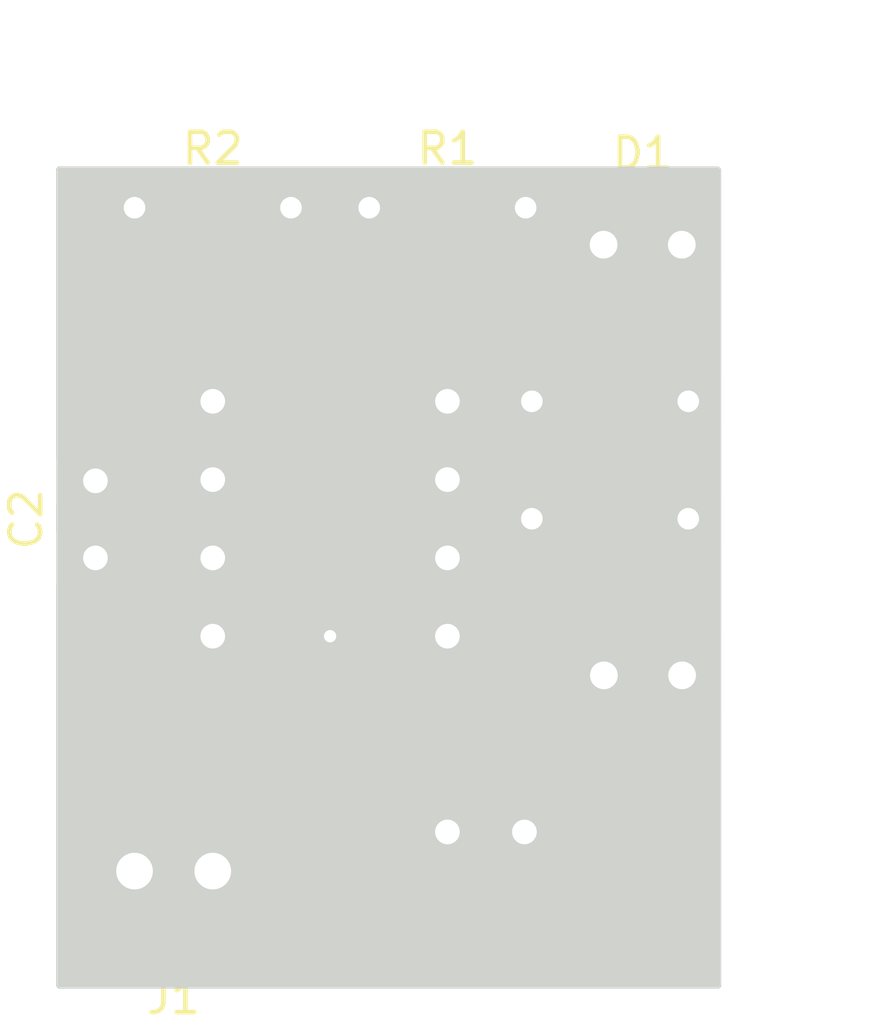
<source format=kicad_pcb>
(kicad_pcb (version 20171130) (host pcbnew "(5.1.9)-1")

  (general
    (thickness 1.6)
    (drawings 2)
    (tracks 49)
    (zones 0)
    (modules 10)
    (nets 9)
  )

  (page A4)
  (layers
    (0 F.Cu signal)
    (31 B.Cu signal)
    (32 B.Adhes user)
    (33 F.Adhes user)
    (34 B.Paste user)
    (35 F.Paste user)
    (36 B.SilkS user)
    (37 F.SilkS user)
    (38 B.Mask user)
    (39 F.Mask user)
    (40 Dwgs.User user)
    (41 Cmts.User user)
    (42 Eco1.User user)
    (43 Eco2.User user)
    (44 Edge.Cuts user)
    (45 Margin user)
    (46 B.CrtYd user)
    (47 F.CrtYd user)
    (48 B.Fab user)
    (49 F.Fab user)
  )

  (setup
    (last_trace_width 0.25)
    (user_trace_width 0.4)
    (user_trace_width 0.5)
    (user_trace_width 0.7)
    (trace_clearance 0.2)
    (zone_clearance 0.508)
    (zone_45_only no)
    (trace_min 0.2)
    (via_size 0.8)
    (via_drill 0.4)
    (via_min_size 0.4)
    (via_min_drill 0.3)
    (uvia_size 0.3)
    (uvia_drill 0.1)
    (uvias_allowed no)
    (uvia_min_size 0.2)
    (uvia_min_drill 0.1)
    (edge_width 0.05)
    (segment_width 0.2)
    (pcb_text_width 0.3)
    (pcb_text_size 1.5 1.5)
    (mod_edge_width 0.12)
    (mod_text_size 1 1)
    (mod_text_width 0.15)
    (pad_size 1.524 1.524)
    (pad_drill 0.762)
    (pad_to_mask_clearance 0)
    (aux_axis_origin 0 0)
    (visible_elements 7FFFFFFF)
    (pcbplotparams
      (layerselection 0x010fc_ffffffff)
      (usegerberextensions false)
      (usegerberattributes true)
      (usegerberadvancedattributes true)
      (creategerberjobfile true)
      (excludeedgelayer true)
      (linewidth 0.100000)
      (plotframeref false)
      (viasonmask false)
      (mode 1)
      (useauxorigin false)
      (hpglpennumber 1)
      (hpglpenspeed 20)
      (hpglpendiameter 15.000000)
      (psnegative false)
      (psa4output false)
      (plotreference true)
      (plotvalue true)
      (plotinvisibletext false)
      (padsonsilk false)
      (subtractmaskfromsilk false)
      (outputformat 1)
      (mirror false)
      (drillshape 1)
      (scaleselection 1)
      (outputdirectory ""))
  )

  (net 0 "")
  (net 1 "Net-(C1-Pad1)")
  (net 2 GND)
  (net 3 "Net-(C2-Pad1)")
  (net 4 "Net-(D1-Pad2)")
  (net 5 "Net-(D1-Pad1)")
  (net 6 "Net-(D2-Pad1)")
  (net 7 +5V)
  (net 8 "Net-(R1-Pad1)")

  (net_class Default "This is the default net class."
    (clearance 0.2)
    (trace_width 0.25)
    (via_dia 0.8)
    (via_drill 0.4)
    (uvia_dia 0.3)
    (uvia_drill 0.1)
    (add_net +5V)
    (add_net GND)
    (add_net "Net-(C1-Pad1)")
    (add_net "Net-(C2-Pad1)")
    (add_net "Net-(D1-Pad1)")
    (add_net "Net-(D1-Pad2)")
    (add_net "Net-(D2-Pad1)")
    (add_net "Net-(R1-Pad1)")
  )

  (module Capacitor_THT:CP_Radial_D6.3mm_P2.50mm (layer F.Cu) (tedit 5AE50EF0) (tstamp 62A47261)
    (at 170.18 116.84)
    (descr "CP, Radial series, Radial, pin pitch=2.50mm, , diameter=6.3mm, Electrolytic Capacitor")
    (tags "CP Radial series Radial pin pitch 2.50mm  diameter 6.3mm Electrolytic Capacitor")
    (path /6290B0C1)
    (fp_text reference C1 (at 1.25 -4.4) (layer F.SilkS)
      (effects (font (size 1 1) (thickness 0.15)))
    )
    (fp_text value 10uF (at 1.25 4.4) (layer F.Fab)
      (effects (font (size 1 1) (thickness 0.15)))
    )
    (fp_circle (center 1.25 0) (end 4.4 0) (layer F.Fab) (width 0.1))
    (fp_circle (center 1.25 0) (end 4.52 0) (layer F.SilkS) (width 0.12))
    (fp_circle (center 1.25 0) (end 4.65 0) (layer F.CrtYd) (width 0.05))
    (fp_line (start -1.443972 -1.3735) (end -0.813972 -1.3735) (layer F.Fab) (width 0.1))
    (fp_line (start -1.128972 -1.6885) (end -1.128972 -1.0585) (layer F.Fab) (width 0.1))
    (fp_line (start 1.25 -3.23) (end 1.25 3.23) (layer F.SilkS) (width 0.12))
    (fp_line (start 1.29 -3.23) (end 1.29 3.23) (layer F.SilkS) (width 0.12))
    (fp_line (start 1.33 -3.23) (end 1.33 3.23) (layer F.SilkS) (width 0.12))
    (fp_line (start 1.37 -3.228) (end 1.37 3.228) (layer F.SilkS) (width 0.12))
    (fp_line (start 1.41 -3.227) (end 1.41 3.227) (layer F.SilkS) (width 0.12))
    (fp_line (start 1.45 -3.224) (end 1.45 3.224) (layer F.SilkS) (width 0.12))
    (fp_line (start 1.49 -3.222) (end 1.49 -1.04) (layer F.SilkS) (width 0.12))
    (fp_line (start 1.49 1.04) (end 1.49 3.222) (layer F.SilkS) (width 0.12))
    (fp_line (start 1.53 -3.218) (end 1.53 -1.04) (layer F.SilkS) (width 0.12))
    (fp_line (start 1.53 1.04) (end 1.53 3.218) (layer F.SilkS) (width 0.12))
    (fp_line (start 1.57 -3.215) (end 1.57 -1.04) (layer F.SilkS) (width 0.12))
    (fp_line (start 1.57 1.04) (end 1.57 3.215) (layer F.SilkS) (width 0.12))
    (fp_line (start 1.61 -3.211) (end 1.61 -1.04) (layer F.SilkS) (width 0.12))
    (fp_line (start 1.61 1.04) (end 1.61 3.211) (layer F.SilkS) (width 0.12))
    (fp_line (start 1.65 -3.206) (end 1.65 -1.04) (layer F.SilkS) (width 0.12))
    (fp_line (start 1.65 1.04) (end 1.65 3.206) (layer F.SilkS) (width 0.12))
    (fp_line (start 1.69 -3.201) (end 1.69 -1.04) (layer F.SilkS) (width 0.12))
    (fp_line (start 1.69 1.04) (end 1.69 3.201) (layer F.SilkS) (width 0.12))
    (fp_line (start 1.73 -3.195) (end 1.73 -1.04) (layer F.SilkS) (width 0.12))
    (fp_line (start 1.73 1.04) (end 1.73 3.195) (layer F.SilkS) (width 0.12))
    (fp_line (start 1.77 -3.189) (end 1.77 -1.04) (layer F.SilkS) (width 0.12))
    (fp_line (start 1.77 1.04) (end 1.77 3.189) (layer F.SilkS) (width 0.12))
    (fp_line (start 1.81 -3.182) (end 1.81 -1.04) (layer F.SilkS) (width 0.12))
    (fp_line (start 1.81 1.04) (end 1.81 3.182) (layer F.SilkS) (width 0.12))
    (fp_line (start 1.85 -3.175) (end 1.85 -1.04) (layer F.SilkS) (width 0.12))
    (fp_line (start 1.85 1.04) (end 1.85 3.175) (layer F.SilkS) (width 0.12))
    (fp_line (start 1.89 -3.167) (end 1.89 -1.04) (layer F.SilkS) (width 0.12))
    (fp_line (start 1.89 1.04) (end 1.89 3.167) (layer F.SilkS) (width 0.12))
    (fp_line (start 1.93 -3.159) (end 1.93 -1.04) (layer F.SilkS) (width 0.12))
    (fp_line (start 1.93 1.04) (end 1.93 3.159) (layer F.SilkS) (width 0.12))
    (fp_line (start 1.971 -3.15) (end 1.971 -1.04) (layer F.SilkS) (width 0.12))
    (fp_line (start 1.971 1.04) (end 1.971 3.15) (layer F.SilkS) (width 0.12))
    (fp_line (start 2.011 -3.141) (end 2.011 -1.04) (layer F.SilkS) (width 0.12))
    (fp_line (start 2.011 1.04) (end 2.011 3.141) (layer F.SilkS) (width 0.12))
    (fp_line (start 2.051 -3.131) (end 2.051 -1.04) (layer F.SilkS) (width 0.12))
    (fp_line (start 2.051 1.04) (end 2.051 3.131) (layer F.SilkS) (width 0.12))
    (fp_line (start 2.091 -3.121) (end 2.091 -1.04) (layer F.SilkS) (width 0.12))
    (fp_line (start 2.091 1.04) (end 2.091 3.121) (layer F.SilkS) (width 0.12))
    (fp_line (start 2.131 -3.11) (end 2.131 -1.04) (layer F.SilkS) (width 0.12))
    (fp_line (start 2.131 1.04) (end 2.131 3.11) (layer F.SilkS) (width 0.12))
    (fp_line (start 2.171 -3.098) (end 2.171 -1.04) (layer F.SilkS) (width 0.12))
    (fp_line (start 2.171 1.04) (end 2.171 3.098) (layer F.SilkS) (width 0.12))
    (fp_line (start 2.211 -3.086) (end 2.211 -1.04) (layer F.SilkS) (width 0.12))
    (fp_line (start 2.211 1.04) (end 2.211 3.086) (layer F.SilkS) (width 0.12))
    (fp_line (start 2.251 -3.074) (end 2.251 -1.04) (layer F.SilkS) (width 0.12))
    (fp_line (start 2.251 1.04) (end 2.251 3.074) (layer F.SilkS) (width 0.12))
    (fp_line (start 2.291 -3.061) (end 2.291 -1.04) (layer F.SilkS) (width 0.12))
    (fp_line (start 2.291 1.04) (end 2.291 3.061) (layer F.SilkS) (width 0.12))
    (fp_line (start 2.331 -3.047) (end 2.331 -1.04) (layer F.SilkS) (width 0.12))
    (fp_line (start 2.331 1.04) (end 2.331 3.047) (layer F.SilkS) (width 0.12))
    (fp_line (start 2.371 -3.033) (end 2.371 -1.04) (layer F.SilkS) (width 0.12))
    (fp_line (start 2.371 1.04) (end 2.371 3.033) (layer F.SilkS) (width 0.12))
    (fp_line (start 2.411 -3.018) (end 2.411 -1.04) (layer F.SilkS) (width 0.12))
    (fp_line (start 2.411 1.04) (end 2.411 3.018) (layer F.SilkS) (width 0.12))
    (fp_line (start 2.451 -3.002) (end 2.451 -1.04) (layer F.SilkS) (width 0.12))
    (fp_line (start 2.451 1.04) (end 2.451 3.002) (layer F.SilkS) (width 0.12))
    (fp_line (start 2.491 -2.986) (end 2.491 -1.04) (layer F.SilkS) (width 0.12))
    (fp_line (start 2.491 1.04) (end 2.491 2.986) (layer F.SilkS) (width 0.12))
    (fp_line (start 2.531 -2.97) (end 2.531 -1.04) (layer F.SilkS) (width 0.12))
    (fp_line (start 2.531 1.04) (end 2.531 2.97) (layer F.SilkS) (width 0.12))
    (fp_line (start 2.571 -2.952) (end 2.571 -1.04) (layer F.SilkS) (width 0.12))
    (fp_line (start 2.571 1.04) (end 2.571 2.952) (layer F.SilkS) (width 0.12))
    (fp_line (start 2.611 -2.934) (end 2.611 -1.04) (layer F.SilkS) (width 0.12))
    (fp_line (start 2.611 1.04) (end 2.611 2.934) (layer F.SilkS) (width 0.12))
    (fp_line (start 2.651 -2.916) (end 2.651 -1.04) (layer F.SilkS) (width 0.12))
    (fp_line (start 2.651 1.04) (end 2.651 2.916) (layer F.SilkS) (width 0.12))
    (fp_line (start 2.691 -2.896) (end 2.691 -1.04) (layer F.SilkS) (width 0.12))
    (fp_line (start 2.691 1.04) (end 2.691 2.896) (layer F.SilkS) (width 0.12))
    (fp_line (start 2.731 -2.876) (end 2.731 -1.04) (layer F.SilkS) (width 0.12))
    (fp_line (start 2.731 1.04) (end 2.731 2.876) (layer F.SilkS) (width 0.12))
    (fp_line (start 2.771 -2.856) (end 2.771 -1.04) (layer F.SilkS) (width 0.12))
    (fp_line (start 2.771 1.04) (end 2.771 2.856) (layer F.SilkS) (width 0.12))
    (fp_line (start 2.811 -2.834) (end 2.811 -1.04) (layer F.SilkS) (width 0.12))
    (fp_line (start 2.811 1.04) (end 2.811 2.834) (layer F.SilkS) (width 0.12))
    (fp_line (start 2.851 -2.812) (end 2.851 -1.04) (layer F.SilkS) (width 0.12))
    (fp_line (start 2.851 1.04) (end 2.851 2.812) (layer F.SilkS) (width 0.12))
    (fp_line (start 2.891 -2.79) (end 2.891 -1.04) (layer F.SilkS) (width 0.12))
    (fp_line (start 2.891 1.04) (end 2.891 2.79) (layer F.SilkS) (width 0.12))
    (fp_line (start 2.931 -2.766) (end 2.931 -1.04) (layer F.SilkS) (width 0.12))
    (fp_line (start 2.931 1.04) (end 2.931 2.766) (layer F.SilkS) (width 0.12))
    (fp_line (start 2.971 -2.742) (end 2.971 -1.04) (layer F.SilkS) (width 0.12))
    (fp_line (start 2.971 1.04) (end 2.971 2.742) (layer F.SilkS) (width 0.12))
    (fp_line (start 3.011 -2.716) (end 3.011 -1.04) (layer F.SilkS) (width 0.12))
    (fp_line (start 3.011 1.04) (end 3.011 2.716) (layer F.SilkS) (width 0.12))
    (fp_line (start 3.051 -2.69) (end 3.051 -1.04) (layer F.SilkS) (width 0.12))
    (fp_line (start 3.051 1.04) (end 3.051 2.69) (layer F.SilkS) (width 0.12))
    (fp_line (start 3.091 -2.664) (end 3.091 -1.04) (layer F.SilkS) (width 0.12))
    (fp_line (start 3.091 1.04) (end 3.091 2.664) (layer F.SilkS) (width 0.12))
    (fp_line (start 3.131 -2.636) (end 3.131 -1.04) (layer F.SilkS) (width 0.12))
    (fp_line (start 3.131 1.04) (end 3.131 2.636) (layer F.SilkS) (width 0.12))
    (fp_line (start 3.171 -2.607) (end 3.171 -1.04) (layer F.SilkS) (width 0.12))
    (fp_line (start 3.171 1.04) (end 3.171 2.607) (layer F.SilkS) (width 0.12))
    (fp_line (start 3.211 -2.578) (end 3.211 -1.04) (layer F.SilkS) (width 0.12))
    (fp_line (start 3.211 1.04) (end 3.211 2.578) (layer F.SilkS) (width 0.12))
    (fp_line (start 3.251 -2.548) (end 3.251 -1.04) (layer F.SilkS) (width 0.12))
    (fp_line (start 3.251 1.04) (end 3.251 2.548) (layer F.SilkS) (width 0.12))
    (fp_line (start 3.291 -2.516) (end 3.291 -1.04) (layer F.SilkS) (width 0.12))
    (fp_line (start 3.291 1.04) (end 3.291 2.516) (layer F.SilkS) (width 0.12))
    (fp_line (start 3.331 -2.484) (end 3.331 -1.04) (layer F.SilkS) (width 0.12))
    (fp_line (start 3.331 1.04) (end 3.331 2.484) (layer F.SilkS) (width 0.12))
    (fp_line (start 3.371 -2.45) (end 3.371 -1.04) (layer F.SilkS) (width 0.12))
    (fp_line (start 3.371 1.04) (end 3.371 2.45) (layer F.SilkS) (width 0.12))
    (fp_line (start 3.411 -2.416) (end 3.411 -1.04) (layer F.SilkS) (width 0.12))
    (fp_line (start 3.411 1.04) (end 3.411 2.416) (layer F.SilkS) (width 0.12))
    (fp_line (start 3.451 -2.38) (end 3.451 -1.04) (layer F.SilkS) (width 0.12))
    (fp_line (start 3.451 1.04) (end 3.451 2.38) (layer F.SilkS) (width 0.12))
    (fp_line (start 3.491 -2.343) (end 3.491 -1.04) (layer F.SilkS) (width 0.12))
    (fp_line (start 3.491 1.04) (end 3.491 2.343) (layer F.SilkS) (width 0.12))
    (fp_line (start 3.531 -2.305) (end 3.531 -1.04) (layer F.SilkS) (width 0.12))
    (fp_line (start 3.531 1.04) (end 3.531 2.305) (layer F.SilkS) (width 0.12))
    (fp_line (start 3.571 -2.265) (end 3.571 2.265) (layer F.SilkS) (width 0.12))
    (fp_line (start 3.611 -2.224) (end 3.611 2.224) (layer F.SilkS) (width 0.12))
    (fp_line (start 3.651 -2.182) (end 3.651 2.182) (layer F.SilkS) (width 0.12))
    (fp_line (start 3.691 -2.137) (end 3.691 2.137) (layer F.SilkS) (width 0.12))
    (fp_line (start 3.731 -2.092) (end 3.731 2.092) (layer F.SilkS) (width 0.12))
    (fp_line (start 3.771 -2.044) (end 3.771 2.044) (layer F.SilkS) (width 0.12))
    (fp_line (start 3.811 -1.995) (end 3.811 1.995) (layer F.SilkS) (width 0.12))
    (fp_line (start 3.851 -1.944) (end 3.851 1.944) (layer F.SilkS) (width 0.12))
    (fp_line (start 3.891 -1.89) (end 3.891 1.89) (layer F.SilkS) (width 0.12))
    (fp_line (start 3.931 -1.834) (end 3.931 1.834) (layer F.SilkS) (width 0.12))
    (fp_line (start 3.971 -1.776) (end 3.971 1.776) (layer F.SilkS) (width 0.12))
    (fp_line (start 4.011 -1.714) (end 4.011 1.714) (layer F.SilkS) (width 0.12))
    (fp_line (start 4.051 -1.65) (end 4.051 1.65) (layer F.SilkS) (width 0.12))
    (fp_line (start 4.091 -1.581) (end 4.091 1.581) (layer F.SilkS) (width 0.12))
    (fp_line (start 4.131 -1.509) (end 4.131 1.509) (layer F.SilkS) (width 0.12))
    (fp_line (start 4.171 -1.432) (end 4.171 1.432) (layer F.SilkS) (width 0.12))
    (fp_line (start 4.211 -1.35) (end 4.211 1.35) (layer F.SilkS) (width 0.12))
    (fp_line (start 4.251 -1.262) (end 4.251 1.262) (layer F.SilkS) (width 0.12))
    (fp_line (start 4.291 -1.165) (end 4.291 1.165) (layer F.SilkS) (width 0.12))
    (fp_line (start 4.331 -1.059) (end 4.331 1.059) (layer F.SilkS) (width 0.12))
    (fp_line (start 4.371 -0.94) (end 4.371 0.94) (layer F.SilkS) (width 0.12))
    (fp_line (start 4.411 -0.802) (end 4.411 0.802) (layer F.SilkS) (width 0.12))
    (fp_line (start 4.451 -0.633) (end 4.451 0.633) (layer F.SilkS) (width 0.12))
    (fp_line (start 4.491 -0.402) (end 4.491 0.402) (layer F.SilkS) (width 0.12))
    (fp_line (start -2.250241 -1.839) (end -1.620241 -1.839) (layer F.SilkS) (width 0.12))
    (fp_line (start -1.935241 -2.154) (end -1.935241 -1.524) (layer F.SilkS) (width 0.12))
    (fp_text user %R (at 1.25 0) (layer F.Fab)
      (effects (font (size 1 1) (thickness 0.15)))
    )
    (pad 1 thru_hole rect (at 0 0) (size 1.6 1.6) (drill 0.8) (layers *.Cu *.Mask)
      (net 1 "Net-(C1-Pad1)"))
    (pad 2 thru_hole circle (at 2.5 0) (size 1.6 1.6) (drill 0.8) (layers *.Cu *.Mask)
      (net 2 GND))
    (model ${KISYS3DMOD}/Capacitor_THT.3dshapes/CP_Radial_D6.3mm_P2.50mm.wrl
      (at (xyz 0 0 0))
      (scale (xyz 1 1 1))
      (rotate (xyz 0 0 0))
    )
  )

  (module Capacitor_THT:C_Disc_D3.0mm_W2.0mm_P2.50mm (layer F.Cu) (tedit 5AE50EF0) (tstamp 62A47276)
    (at 158.75 107.95 90)
    (descr "C, Disc series, Radial, pin pitch=2.50mm, , diameter*width=3*2mm^2, Capacitor")
    (tags "C Disc series Radial pin pitch 2.50mm  diameter 3mm width 2mm Capacitor")
    (path /6292614D)
    (fp_text reference C2 (at 1.25 -2.25 90) (layer F.SilkS)
      (effects (font (size 1 1) (thickness 0.15)))
    )
    (fp_text value 0.1uF (at 1.25 2.25 90) (layer F.Fab)
      (effects (font (size 1 1) (thickness 0.15)))
    )
    (fp_line (start -0.25 -1) (end -0.25 1) (layer F.Fab) (width 0.1))
    (fp_line (start -0.25 1) (end 2.75 1) (layer F.Fab) (width 0.1))
    (fp_line (start 2.75 1) (end 2.75 -1) (layer F.Fab) (width 0.1))
    (fp_line (start 2.75 -1) (end -0.25 -1) (layer F.Fab) (width 0.1))
    (fp_line (start -0.37 -1.12) (end 2.87 -1.12) (layer F.SilkS) (width 0.12))
    (fp_line (start -0.37 1.12) (end 2.87 1.12) (layer F.SilkS) (width 0.12))
    (fp_line (start -0.37 -1.12) (end -0.37 -1.055) (layer F.SilkS) (width 0.12))
    (fp_line (start -0.37 1.055) (end -0.37 1.12) (layer F.SilkS) (width 0.12))
    (fp_line (start 2.87 -1.12) (end 2.87 -1.055) (layer F.SilkS) (width 0.12))
    (fp_line (start 2.87 1.055) (end 2.87 1.12) (layer F.SilkS) (width 0.12))
    (fp_line (start -1.05 -1.25) (end -1.05 1.25) (layer F.CrtYd) (width 0.05))
    (fp_line (start -1.05 1.25) (end 3.55 1.25) (layer F.CrtYd) (width 0.05))
    (fp_line (start 3.55 1.25) (end 3.55 -1.25) (layer F.CrtYd) (width 0.05))
    (fp_line (start 3.55 -1.25) (end -1.05 -1.25) (layer F.CrtYd) (width 0.05))
    (fp_text user %R (at 1.25 0 90) (layer F.Fab)
      (effects (font (size 0.6 0.6) (thickness 0.09)))
    )
    (pad 1 thru_hole circle (at 0 0 90) (size 1.6 1.6) (drill 0.8) (layers *.Cu *.Mask)
      (net 3 "Net-(C2-Pad1)"))
    (pad 2 thru_hole circle (at 2.5 0 90) (size 1.6 1.6) (drill 0.8) (layers *.Cu *.Mask)
      (net 2 GND))
    (model ${KISYS3DMOD}/Capacitor_THT.3dshapes/C_Disc_D3.0mm_W2.0mm_P2.50mm.wrl
      (at (xyz 0 0 0))
      (scale (xyz 1 1 1))
      (rotate (xyz 0 0 0))
    )
  )

  (module LED_THT:LED_D3.0mm (layer F.Cu) (tedit 587A3A7B) (tstamp 62A47289)
    (at 175.25 97.79)
    (descr "LED, diameter 3.0mm, 2 pins")
    (tags "LED diameter 3.0mm 2 pins")
    (path /62908CAC)
    (fp_text reference D1 (at 1.27 -2.96) (layer F.SilkS)
      (effects (font (size 1 1) (thickness 0.15)))
    )
    (fp_text value LED (at 1.27 2.96) (layer F.Fab)
      (effects (font (size 1 1) (thickness 0.15)))
    )
    (fp_line (start 3.7 -2.25) (end -1.15 -2.25) (layer F.CrtYd) (width 0.05))
    (fp_line (start 3.7 2.25) (end 3.7 -2.25) (layer F.CrtYd) (width 0.05))
    (fp_line (start -1.15 2.25) (end 3.7 2.25) (layer F.CrtYd) (width 0.05))
    (fp_line (start -1.15 -2.25) (end -1.15 2.25) (layer F.CrtYd) (width 0.05))
    (fp_line (start -0.29 1.08) (end -0.29 1.236) (layer F.SilkS) (width 0.12))
    (fp_line (start -0.29 -1.236) (end -0.29 -1.08) (layer F.SilkS) (width 0.12))
    (fp_line (start -0.23 -1.16619) (end -0.23 1.16619) (layer F.Fab) (width 0.1))
    (fp_circle (center 1.27 0) (end 2.77 0) (layer F.Fab) (width 0.1))
    (fp_arc (start 1.27 0) (end 0.229039 1.08) (angle -87.9) (layer F.SilkS) (width 0.12))
    (fp_arc (start 1.27 0) (end 0.229039 -1.08) (angle 87.9) (layer F.SilkS) (width 0.12))
    (fp_arc (start 1.27 0) (end -0.29 1.235516) (angle -108.8) (layer F.SilkS) (width 0.12))
    (fp_arc (start 1.27 0) (end -0.29 -1.235516) (angle 108.8) (layer F.SilkS) (width 0.12))
    (fp_arc (start 1.27 0) (end -0.23 -1.16619) (angle 284.3) (layer F.Fab) (width 0.1))
    (pad 2 thru_hole circle (at 2.54 0) (size 1.8 1.8) (drill 0.9) (layers *.Cu *.Mask)
      (net 4 "Net-(D1-Pad2)"))
    (pad 1 thru_hole rect (at 0 0) (size 1.8 1.8) (drill 0.9) (layers *.Cu *.Mask)
      (net 5 "Net-(D1-Pad1)"))
    (model ${KISYS3DMOD}/LED_THT.3dshapes/LED_D3.0mm.wrl
      (at (xyz 0 0 0))
      (scale (xyz 1 1 1))
      (rotate (xyz 0 0 0))
    )
  )

  (module LED_THT:LED_D3.0mm (layer F.Cu) (tedit 587A3A7B) (tstamp 62A4729C)
    (at 177.8 111.76 180)
    (descr "LED, diameter 3.0mm, 2 pins")
    (tags "LED diameter 3.0mm 2 pins")
    (path /6291BCE4)
    (fp_text reference D2 (at 1.27 -2.96) (layer F.SilkS)
      (effects (font (size 1 1) (thickness 0.15)))
    )
    (fp_text value LED (at 1.27 2.96) (layer F.Fab)
      (effects (font (size 1 1) (thickness 0.15)))
    )
    (fp_circle (center 1.27 0) (end 2.77 0) (layer F.Fab) (width 0.1))
    (fp_line (start -0.23 -1.16619) (end -0.23 1.16619) (layer F.Fab) (width 0.1))
    (fp_line (start -0.29 -1.236) (end -0.29 -1.08) (layer F.SilkS) (width 0.12))
    (fp_line (start -0.29 1.08) (end -0.29 1.236) (layer F.SilkS) (width 0.12))
    (fp_line (start -1.15 -2.25) (end -1.15 2.25) (layer F.CrtYd) (width 0.05))
    (fp_line (start -1.15 2.25) (end 3.7 2.25) (layer F.CrtYd) (width 0.05))
    (fp_line (start 3.7 2.25) (end 3.7 -2.25) (layer F.CrtYd) (width 0.05))
    (fp_line (start 3.7 -2.25) (end -1.15 -2.25) (layer F.CrtYd) (width 0.05))
    (fp_arc (start 1.27 0) (end -0.23 -1.16619) (angle 284.3) (layer F.Fab) (width 0.1))
    (fp_arc (start 1.27 0) (end -0.29 -1.235516) (angle 108.8) (layer F.SilkS) (width 0.12))
    (fp_arc (start 1.27 0) (end -0.29 1.235516) (angle -108.8) (layer F.SilkS) (width 0.12))
    (fp_arc (start 1.27 0) (end 0.229039 -1.08) (angle 87.9) (layer F.SilkS) (width 0.12))
    (fp_arc (start 1.27 0) (end 0.229039 1.08) (angle -87.9) (layer F.SilkS) (width 0.12))
    (pad 1 thru_hole rect (at 0 0 180) (size 1.8 1.8) (drill 0.9) (layers *.Cu *.Mask)
      (net 6 "Net-(D2-Pad1)"))
    (pad 2 thru_hole circle (at 2.54 0 180) (size 1.8 1.8) (drill 0.9) (layers *.Cu *.Mask)
      (net 5 "Net-(D1-Pad1)"))
    (model ${KISYS3DMOD}/LED_THT.3dshapes/LED_D3.0mm.wrl
      (at (xyz 0 0 0))
      (scale (xyz 1 1 1))
      (rotate (xyz 0 0 0))
    )
  )

  (module Connector_Molex:Molex_KK-254_AE-6410-02A_1x02_P2.54mm_Vertical (layer F.Cu) (tedit 5EA53D3B) (tstamp 62A472C0)
    (at 162.56 118.11 180)
    (descr "Molex KK-254 Interconnect System, old/engineering part number: AE-6410-02A example for new part number: 22-27-2021, 2 Pins (http://www.molex.com/pdm_docs/sd/022272021_sd.pdf), generated with kicad-footprint-generator")
    (tags "connector Molex KK-254 vertical")
    (path /629336E8)
    (fp_text reference J1 (at 1.27 -4.12) (layer F.SilkS)
      (effects (font (size 1 1) (thickness 0.15)))
    )
    (fp_text value PWR (at 1.27 4.08) (layer F.Fab)
      (effects (font (size 1 1) (thickness 0.15)))
    )
    (fp_line (start -1.27 -2.92) (end -1.27 2.88) (layer F.Fab) (width 0.1))
    (fp_line (start -1.27 2.88) (end 3.81 2.88) (layer F.Fab) (width 0.1))
    (fp_line (start 3.81 2.88) (end 3.81 -2.92) (layer F.Fab) (width 0.1))
    (fp_line (start 3.81 -2.92) (end -1.27 -2.92) (layer F.Fab) (width 0.1))
    (fp_line (start -1.38 -3.03) (end -1.38 2.99) (layer F.SilkS) (width 0.12))
    (fp_line (start -1.38 2.99) (end 3.92 2.99) (layer F.SilkS) (width 0.12))
    (fp_line (start 3.92 2.99) (end 3.92 -3.03) (layer F.SilkS) (width 0.12))
    (fp_line (start 3.92 -3.03) (end -1.38 -3.03) (layer F.SilkS) (width 0.12))
    (fp_line (start -1.67 -2) (end -1.67 2) (layer F.SilkS) (width 0.12))
    (fp_line (start -1.27 -0.5) (end -0.562893 0) (layer F.Fab) (width 0.1))
    (fp_line (start -0.562893 0) (end -1.27 0.5) (layer F.Fab) (width 0.1))
    (fp_line (start 0 2.99) (end 0 1.99) (layer F.SilkS) (width 0.12))
    (fp_line (start 0 1.99) (end 2.54 1.99) (layer F.SilkS) (width 0.12))
    (fp_line (start 2.54 1.99) (end 2.54 2.99) (layer F.SilkS) (width 0.12))
    (fp_line (start 0 1.99) (end 0.25 1.46) (layer F.SilkS) (width 0.12))
    (fp_line (start 0.25 1.46) (end 2.29 1.46) (layer F.SilkS) (width 0.12))
    (fp_line (start 2.29 1.46) (end 2.54 1.99) (layer F.SilkS) (width 0.12))
    (fp_line (start 0.25 2.99) (end 0.25 1.99) (layer F.SilkS) (width 0.12))
    (fp_line (start 2.29 2.99) (end 2.29 1.99) (layer F.SilkS) (width 0.12))
    (fp_line (start -0.8 -3.03) (end -0.8 -2.43) (layer F.SilkS) (width 0.12))
    (fp_line (start -0.8 -2.43) (end 0.8 -2.43) (layer F.SilkS) (width 0.12))
    (fp_line (start 0.8 -2.43) (end 0.8 -3.03) (layer F.SilkS) (width 0.12))
    (fp_line (start 1.74 -3.03) (end 1.74 -2.43) (layer F.SilkS) (width 0.12))
    (fp_line (start 1.74 -2.43) (end 3.34 -2.43) (layer F.SilkS) (width 0.12))
    (fp_line (start 3.34 -2.43) (end 3.34 -3.03) (layer F.SilkS) (width 0.12))
    (fp_line (start -1.77 -3.42) (end -1.77 3.38) (layer F.CrtYd) (width 0.05))
    (fp_line (start -1.77 3.38) (end 4.31 3.38) (layer F.CrtYd) (width 0.05))
    (fp_line (start 4.31 3.38) (end 4.31 -3.42) (layer F.CrtYd) (width 0.05))
    (fp_line (start 4.31 -3.42) (end -1.77 -3.42) (layer F.CrtYd) (width 0.05))
    (fp_text user %R (at 1.27 -2.22) (layer F.Fab)
      (effects (font (size 1 1) (thickness 0.15)))
    )
    (pad 1 thru_hole roundrect (at 0 0 180) (size 1.74 2.19) (drill 1.19) (layers *.Cu *.Mask) (roundrect_rratio 0.143678)
      (net 7 +5V))
    (pad 2 thru_hole oval (at 2.54 0 180) (size 1.74 2.19) (drill 1.19) (layers *.Cu *.Mask)
      (net 2 GND))
    (model ${KISYS3DMOD}/Connector_Molex.3dshapes/Molex_KK-254_AE-6410-02A_1x02_P2.54mm_Vertical.wrl
      (at (xyz 0 0 0))
      (scale (xyz 1 1 1))
      (rotate (xyz 0 0 0))
    )
  )

  (module Resistor_THT:R_Axial_DIN0204_L3.6mm_D1.6mm_P5.08mm_Horizontal (layer F.Cu) (tedit 5AE5139B) (tstamp 62A472D3)
    (at 167.64 96.59)
    (descr "Resistor, Axial_DIN0204 series, Axial, Horizontal, pin pitch=5.08mm, 0.167W, length*diameter=3.6*1.6mm^2, http://cdn-reichelt.de/documents/datenblatt/B400/1_4W%23YAG.pdf")
    (tags "Resistor Axial_DIN0204 series Axial Horizontal pin pitch 5.08mm 0.167W length 3.6mm diameter 1.6mm")
    (path /62921E40)
    (fp_text reference R1 (at 2.54 -1.92) (layer F.SilkS)
      (effects (font (size 1 1) (thickness 0.15)))
    )
    (fp_text value 100k (at 2.54 1.92) (layer F.Fab)
      (effects (font (size 1 1) (thickness 0.15)))
    )
    (fp_line (start 0.74 -0.8) (end 0.74 0.8) (layer F.Fab) (width 0.1))
    (fp_line (start 0.74 0.8) (end 4.34 0.8) (layer F.Fab) (width 0.1))
    (fp_line (start 4.34 0.8) (end 4.34 -0.8) (layer F.Fab) (width 0.1))
    (fp_line (start 4.34 -0.8) (end 0.74 -0.8) (layer F.Fab) (width 0.1))
    (fp_line (start 0 0) (end 0.74 0) (layer F.Fab) (width 0.1))
    (fp_line (start 5.08 0) (end 4.34 0) (layer F.Fab) (width 0.1))
    (fp_line (start 0.62 -0.92) (end 4.46 -0.92) (layer F.SilkS) (width 0.12))
    (fp_line (start 0.62 0.92) (end 4.46 0.92) (layer F.SilkS) (width 0.12))
    (fp_line (start -0.95 -1.05) (end -0.95 1.05) (layer F.CrtYd) (width 0.05))
    (fp_line (start -0.95 1.05) (end 6.03 1.05) (layer F.CrtYd) (width 0.05))
    (fp_line (start 6.03 1.05) (end 6.03 -1.05) (layer F.CrtYd) (width 0.05))
    (fp_line (start 6.03 -1.05) (end -0.95 -1.05) (layer F.CrtYd) (width 0.05))
    (fp_text user %R (at 2.54 0) (layer F.Fab)
      (effects (font (size 0.72 0.72) (thickness 0.108)))
    )
    (pad 1 thru_hole circle (at 0 0) (size 1.4 1.4) (drill 0.7) (layers *.Cu *.Mask)
      (net 8 "Net-(R1-Pad1)"))
    (pad 2 thru_hole oval (at 5.08 0) (size 1.4 1.4) (drill 0.7) (layers *.Cu *.Mask)
      (net 7 +5V))
    (model ${KISYS3DMOD}/Resistor_THT.3dshapes/R_Axial_DIN0204_L3.6mm_D1.6mm_P5.08mm_Horizontal.wrl
      (at (xyz 0 0 0))
      (scale (xyz 1 1 1))
      (rotate (xyz 0 0 0))
    )
  )

  (module Resistor_THT:R_Axial_DIN0204_L3.6mm_D1.6mm_P5.08mm_Horizontal (layer F.Cu) (tedit 5AE5139B) (tstamp 62A472E6)
    (at 160.02 96.59)
    (descr "Resistor, Axial_DIN0204 series, Axial, Horizontal, pin pitch=5.08mm, 0.167W, length*diameter=3.6*1.6mm^2, http://cdn-reichelt.de/documents/datenblatt/B400/1_4W%23YAG.pdf")
    (tags "Resistor Axial_DIN0204 series Axial Horizontal pin pitch 5.08mm 0.167W length 3.6mm diameter 1.6mm")
    (path /629227DE)
    (fp_text reference R2 (at 2.54 -1.92) (layer F.SilkS)
      (effects (font (size 1 1) (thickness 0.15)))
    )
    (fp_text value 50k (at 2.54 1.92) (layer F.Fab)
      (effects (font (size 1 1) (thickness 0.15)))
    )
    (fp_line (start 6.03 -1.05) (end -0.95 -1.05) (layer F.CrtYd) (width 0.05))
    (fp_line (start 6.03 1.05) (end 6.03 -1.05) (layer F.CrtYd) (width 0.05))
    (fp_line (start -0.95 1.05) (end 6.03 1.05) (layer F.CrtYd) (width 0.05))
    (fp_line (start -0.95 -1.05) (end -0.95 1.05) (layer F.CrtYd) (width 0.05))
    (fp_line (start 0.62 0.92) (end 4.46 0.92) (layer F.SilkS) (width 0.12))
    (fp_line (start 0.62 -0.92) (end 4.46 -0.92) (layer F.SilkS) (width 0.12))
    (fp_line (start 5.08 0) (end 4.34 0) (layer F.Fab) (width 0.1))
    (fp_line (start 0 0) (end 0.74 0) (layer F.Fab) (width 0.1))
    (fp_line (start 4.34 -0.8) (end 0.74 -0.8) (layer F.Fab) (width 0.1))
    (fp_line (start 4.34 0.8) (end 4.34 -0.8) (layer F.Fab) (width 0.1))
    (fp_line (start 0.74 0.8) (end 4.34 0.8) (layer F.Fab) (width 0.1))
    (fp_line (start 0.74 -0.8) (end 0.74 0.8) (layer F.Fab) (width 0.1))
    (fp_text user %R (at 2.54 0) (layer F.Fab)
      (effects (font (size 0.72 0.72) (thickness 0.108)))
    )
    (pad 2 thru_hole oval (at 5.08 0) (size 1.4 1.4) (drill 0.7) (layers *.Cu *.Mask)
      (net 8 "Net-(R1-Pad1)"))
    (pad 1 thru_hole circle (at 0 0) (size 1.4 1.4) (drill 0.7) (layers *.Cu *.Mask)
      (net 1 "Net-(C1-Pad1)"))
    (model ${KISYS3DMOD}/Resistor_THT.3dshapes/R_Axial_DIN0204_L3.6mm_D1.6mm_P5.08mm_Horizontal.wrl
      (at (xyz 0 0 0))
      (scale (xyz 1 1 1))
      (rotate (xyz 0 0 0))
    )
  )

  (module Resistor_THT:R_Axial_DIN0204_L3.6mm_D1.6mm_P5.08mm_Horizontal (layer F.Cu) (tedit 5AE5139B) (tstamp 62A472F9)
    (at 172.92 102.87)
    (descr "Resistor, Axial_DIN0204 series, Axial, Horizontal, pin pitch=5.08mm, 0.167W, length*diameter=3.6*1.6mm^2, http://cdn-reichelt.de/documents/datenblatt/B400/1_4W%23YAG.pdf")
    (tags "Resistor Axial_DIN0204 series Axial Horizontal pin pitch 5.08mm 0.167W length 3.6mm diameter 1.6mm")
    (path /6290497C)
    (fp_text reference R3 (at 2.54 -1.92) (layer F.SilkS)
      (effects (font (size 1 1) (thickness 0.15)))
    )
    (fp_text value 330 (at 2.54 1.92) (layer F.Fab)
      (effects (font (size 1 1) (thickness 0.15)))
    )
    (fp_line (start 0.74 -0.8) (end 0.74 0.8) (layer F.Fab) (width 0.1))
    (fp_line (start 0.74 0.8) (end 4.34 0.8) (layer F.Fab) (width 0.1))
    (fp_line (start 4.34 0.8) (end 4.34 -0.8) (layer F.Fab) (width 0.1))
    (fp_line (start 4.34 -0.8) (end 0.74 -0.8) (layer F.Fab) (width 0.1))
    (fp_line (start 0 0) (end 0.74 0) (layer F.Fab) (width 0.1))
    (fp_line (start 5.08 0) (end 4.34 0) (layer F.Fab) (width 0.1))
    (fp_line (start 0.62 -0.92) (end 4.46 -0.92) (layer F.SilkS) (width 0.12))
    (fp_line (start 0.62 0.92) (end 4.46 0.92) (layer F.SilkS) (width 0.12))
    (fp_line (start -0.95 -1.05) (end -0.95 1.05) (layer F.CrtYd) (width 0.05))
    (fp_line (start -0.95 1.05) (end 6.03 1.05) (layer F.CrtYd) (width 0.05))
    (fp_line (start 6.03 1.05) (end 6.03 -1.05) (layer F.CrtYd) (width 0.05))
    (fp_line (start 6.03 -1.05) (end -0.95 -1.05) (layer F.CrtYd) (width 0.05))
    (fp_text user %R (at 2.54 0) (layer F.Fab)
      (effects (font (size 0.72 0.72) (thickness 0.108)))
    )
    (pad 1 thru_hole circle (at 0 0) (size 1.4 1.4) (drill 0.7) (layers *.Cu *.Mask)
      (net 7 +5V))
    (pad 2 thru_hole oval (at 5.08 0) (size 1.4 1.4) (drill 0.7) (layers *.Cu *.Mask)
      (net 4 "Net-(D1-Pad2)"))
    (model ${KISYS3DMOD}/Resistor_THT.3dshapes/R_Axial_DIN0204_L3.6mm_D1.6mm_P5.08mm_Horizontal.wrl
      (at (xyz 0 0 0))
      (scale (xyz 1 1 1))
      (rotate (xyz 0 0 0))
    )
  )

  (module Resistor_THT:R_Axial_DIN0204_L3.6mm_D1.6mm_P5.08mm_Horizontal (layer F.Cu) (tedit 5AE5139B) (tstamp 62A4730C)
    (at 172.92 106.68)
    (descr "Resistor, Axial_DIN0204 series, Axial, Horizontal, pin pitch=5.08mm, 0.167W, length*diameter=3.6*1.6mm^2, http://cdn-reichelt.de/documents/datenblatt/B400/1_4W%23YAG.pdf")
    (tags "Resistor Axial_DIN0204 series Axial Horizontal pin pitch 5.08mm 0.167W length 3.6mm diameter 1.6mm")
    (path /62920873)
    (fp_text reference R4 (at 2.54 -1.92) (layer F.SilkS)
      (effects (font (size 1 1) (thickness 0.15)))
    )
    (fp_text value 330 (at 2.54 1.92) (layer F.Fab)
      (effects (font (size 1 1) (thickness 0.15)))
    )
    (fp_line (start 6.03 -1.05) (end -0.95 -1.05) (layer F.CrtYd) (width 0.05))
    (fp_line (start 6.03 1.05) (end 6.03 -1.05) (layer F.CrtYd) (width 0.05))
    (fp_line (start -0.95 1.05) (end 6.03 1.05) (layer F.CrtYd) (width 0.05))
    (fp_line (start -0.95 -1.05) (end -0.95 1.05) (layer F.CrtYd) (width 0.05))
    (fp_line (start 0.62 0.92) (end 4.46 0.92) (layer F.SilkS) (width 0.12))
    (fp_line (start 0.62 -0.92) (end 4.46 -0.92) (layer F.SilkS) (width 0.12))
    (fp_line (start 5.08 0) (end 4.34 0) (layer F.Fab) (width 0.1))
    (fp_line (start 0 0) (end 0.74 0) (layer F.Fab) (width 0.1))
    (fp_line (start 4.34 -0.8) (end 0.74 -0.8) (layer F.Fab) (width 0.1))
    (fp_line (start 4.34 0.8) (end 4.34 -0.8) (layer F.Fab) (width 0.1))
    (fp_line (start 0.74 0.8) (end 4.34 0.8) (layer F.Fab) (width 0.1))
    (fp_line (start 0.74 -0.8) (end 0.74 0.8) (layer F.Fab) (width 0.1))
    (fp_text user %R (at 2.54 0) (layer F.Fab)
      (effects (font (size 0.72 0.72) (thickness 0.108)))
    )
    (pad 2 thru_hole oval (at 5.08 0) (size 1.4 1.4) (drill 0.7) (layers *.Cu *.Mask)
      (net 6 "Net-(D2-Pad1)"))
    (pad 1 thru_hole circle (at 0 0) (size 1.4 1.4) (drill 0.7) (layers *.Cu *.Mask)
      (net 2 GND))
    (model ${KISYS3DMOD}/Resistor_THT.3dshapes/R_Axial_DIN0204_L3.6mm_D1.6mm_P5.08mm_Horizontal.wrl
      (at (xyz 0 0 0))
      (scale (xyz 1 1 1))
      (rotate (xyz 0 0 0))
    )
  )

  (module Package_DIP:DIP-8_W7.62mm_LongPads (layer F.Cu) (tedit 5A02E8C5) (tstamp 62A47328)
    (at 162.56 102.87)
    (descr "8-lead though-hole mounted DIP package, row spacing 7.62 mm (300 mils), LongPads")
    (tags "THT DIP DIL PDIP 2.54mm 7.62mm 300mil LongPads")
    (path /6290062D)
    (fp_text reference U1 (at 3.81 -2.33) (layer F.SilkS)
      (effects (font (size 1 1) (thickness 0.15)))
    )
    (fp_text value NE555P (at 3.81 9.95) (layer F.Fab)
      (effects (font (size 1 1) (thickness 0.15)))
    )
    (fp_line (start 1.635 -1.27) (end 6.985 -1.27) (layer F.Fab) (width 0.1))
    (fp_line (start 6.985 -1.27) (end 6.985 8.89) (layer F.Fab) (width 0.1))
    (fp_line (start 6.985 8.89) (end 0.635 8.89) (layer F.Fab) (width 0.1))
    (fp_line (start 0.635 8.89) (end 0.635 -0.27) (layer F.Fab) (width 0.1))
    (fp_line (start 0.635 -0.27) (end 1.635 -1.27) (layer F.Fab) (width 0.1))
    (fp_line (start 2.81 -1.33) (end 1.56 -1.33) (layer F.SilkS) (width 0.12))
    (fp_line (start 1.56 -1.33) (end 1.56 8.95) (layer F.SilkS) (width 0.12))
    (fp_line (start 1.56 8.95) (end 6.06 8.95) (layer F.SilkS) (width 0.12))
    (fp_line (start 6.06 8.95) (end 6.06 -1.33) (layer F.SilkS) (width 0.12))
    (fp_line (start 6.06 -1.33) (end 4.81 -1.33) (layer F.SilkS) (width 0.12))
    (fp_line (start -1.45 -1.55) (end -1.45 9.15) (layer F.CrtYd) (width 0.05))
    (fp_line (start -1.45 9.15) (end 9.1 9.15) (layer F.CrtYd) (width 0.05))
    (fp_line (start 9.1 9.15) (end 9.1 -1.55) (layer F.CrtYd) (width 0.05))
    (fp_line (start 9.1 -1.55) (end -1.45 -1.55) (layer F.CrtYd) (width 0.05))
    (fp_arc (start 3.81 -1.33) (end 2.81 -1.33) (angle -180) (layer F.SilkS) (width 0.12))
    (fp_text user %R (at 3.81 3.81) (layer F.Fab)
      (effects (font (size 1 1) (thickness 0.15)))
    )
    (pad 1 thru_hole rect (at 0 0) (size 2.4 1.6) (drill 0.8) (layers *.Cu *.Mask)
      (net 2 GND))
    (pad 5 thru_hole oval (at 7.62 7.62) (size 2.4 1.6) (drill 0.8) (layers *.Cu *.Mask)
      (net 3 "Net-(C2-Pad1)"))
    (pad 2 thru_hole oval (at 0 2.54) (size 2.4 1.6) (drill 0.8) (layers *.Cu *.Mask)
      (net 1 "Net-(C1-Pad1)"))
    (pad 6 thru_hole oval (at 7.62 5.08) (size 2.4 1.6) (drill 0.8) (layers *.Cu *.Mask)
      (net 1 "Net-(C1-Pad1)"))
    (pad 3 thru_hole oval (at 0 5.08) (size 2.4 1.6) (drill 0.8) (layers *.Cu *.Mask)
      (net 5 "Net-(D1-Pad1)"))
    (pad 7 thru_hole oval (at 7.62 2.54) (size 2.4 1.6) (drill 0.8) (layers *.Cu *.Mask)
      (net 8 "Net-(R1-Pad1)"))
    (pad 4 thru_hole oval (at 0 7.62) (size 2.4 1.6) (drill 0.8) (layers *.Cu *.Mask)
      (net 7 +5V))
    (pad 8 thru_hole oval (at 7.62 0) (size 2.4 1.6) (drill 0.8) (layers *.Cu *.Mask)
      (net 7 +5V))
    (model ${KISYS3DMOD}/Package_DIP.3dshapes/DIP-8_W7.62mm.wrl
      (at (xyz 0 0 0))
      (scale (xyz 1 1 1))
      (rotate (xyz 0 0 0))
    )
  )

  (dimension 26.7 (width 0.15) (layer Dwgs.User)
    (gr_text "26.700 mm" (at 182.65 108.65 270) (layer Dwgs.User)
      (effects (font (size 1 1) (thickness 0.15)))
    )
    (feature1 (pts (xy 179.1 122) (xy 181.936421 122)))
    (feature2 (pts (xy 179.1 95.3) (xy 181.936421 95.3)))
    (crossbar (pts (xy 181.35 95.3) (xy 181.35 122)))
    (arrow1a (pts (xy 181.35 122) (xy 180.763579 120.873496)))
    (arrow1b (pts (xy 181.35 122) (xy 181.936421 120.873496)))
    (arrow2a (pts (xy 181.35 95.3) (xy 180.763579 96.426504)))
    (arrow2b (pts (xy 181.35 95.3) (xy 181.936421 96.426504)))
  )
  (dimension 21.55 (width 0.15) (layer Dwgs.User)
    (gr_text "21.550 mm" (at 168.275 90.55) (layer Dwgs.User)
      (effects (font (size 1 1) (thickness 0.15)))
    )
    (feature1 (pts (xy 179.05 95.25) (xy 179.05 91.263579)))
    (feature2 (pts (xy 157.5 95.25) (xy 157.5 91.263579)))
    (crossbar (pts (xy 157.5 91.85) (xy 179.05 91.85)))
    (arrow1a (pts (xy 179.05 91.85) (xy 177.923496 92.436421)))
    (arrow1b (pts (xy 179.05 91.85) (xy 177.923496 91.263579)))
    (arrow2a (pts (xy 157.5 91.85) (xy 158.626504 92.436421)))
    (arrow2b (pts (xy 157.5 91.85) (xy 158.626504 91.263579)))
  )

  (segment (start 160.02 96.59) (end 161.36 96.59) (width 0.5) (layer B.Cu) (net 1))
  (segment (start 161.36 96.59) (end 165.1 100.33) (width 0.5) (layer B.Cu) (net 1))
  (segment (start 162.830002 105.41) (end 162.56 105.41) (width 0.5) (layer B.Cu) (net 1))
  (segment (start 165.1 103.140002) (end 162.830002 105.41) (width 0.5) (layer B.Cu) (net 1))
  (segment (start 165.1 100.33) (end 165.1 103.140002) (width 0.5) (layer B.Cu) (net 1))
  (segment (start 170.18 116.84) (end 170.18 114.3) (width 0.5) (layer B.Cu) (net 1))
  (segment (start 170.18 114.3) (end 172.72 111.76) (width 0.5) (layer B.Cu) (net 1))
  (segment (start 172.72 111.76) (end 172.72 109.22) (width 0.5) (layer B.Cu) (net 1))
  (segment (start 172.72 109.22) (end 171.45 107.95) (width 0.5) (layer B.Cu) (net 1))
  (segment (start 171.45 107.95) (end 170.18 107.95) (width 0.5) (layer B.Cu) (net 1))
  (segment (start 162.56 105.41) (end 163.83 105.41) (width 0.5) (layer F.Cu) (net 1))
  (segment (start 163.83 105.41) (end 165.1 106.68) (width 0.5) (layer F.Cu) (net 1))
  (segment (start 168.91 106.68) (end 170.18 107.95) (width 0.5) (layer F.Cu) (net 1))
  (segment (start 165.1 106.68) (end 168.91 106.68) (width 0.5) (layer F.Cu) (net 1))
  (segment (start 167.64 113.03) (end 170.18 110.49) (width 0.5) (layer F.Cu) (net 3))
  (segment (start 160.02 113.03) (end 167.64 113.03) (width 0.5) (layer F.Cu) (net 3))
  (segment (start 158.75 111.76) (end 160.02 113.03) (width 0.5) (layer F.Cu) (net 3))
  (segment (start 158.75 107.95) (end 158.75 111.76) (width 0.5) (layer F.Cu) (net 3))
  (segment (start 177.79 102.66) (end 178 102.87) (width 0.5) (layer B.Cu) (net 4))
  (segment (start 177.79 97.79) (end 177.79 102.66) (width 0.5) (layer B.Cu) (net 4))
  (segment (start 175.25 111.75) (end 175.26 111.76) (width 0.5) (layer B.Cu) (net 5))
  (segment (start 175.25 97.79) (end 175.25 111.75) (width 0.5) (layer B.Cu) (net 5))
  (segment (start 163.83 107.95) (end 166.37 110.49) (width 0.5) (layer F.Cu) (net 5))
  (via (at 166.37 110.49) (size 0.8) (drill 0.4) (layers F.Cu B.Cu) (net 5))
  (segment (start 162.56 107.95) (end 163.83 107.95) (width 0.5) (layer F.Cu) (net 5))
  (segment (start 166.37 110.49) (end 166.37 119.38) (width 0.5) (layer B.Cu) (net 5))
  (segment (start 166.37 119.38) (end 167.64 120.65) (width 0.5) (layer B.Cu) (net 5))
  (segment (start 167.64 120.65) (end 173.99 120.65) (width 0.5) (layer B.Cu) (net 5))
  (segment (start 173.99 120.65) (end 175.26 119.38) (width 0.5) (layer B.Cu) (net 5))
  (segment (start 175.26 119.38) (end 175.26 111.76) (width 0.5) (layer B.Cu) (net 5))
  (segment (start 178 111.56) (end 177.8 111.76) (width 0.5) (layer B.Cu) (net 6))
  (segment (start 178 106.68) (end 178 111.56) (width 0.5) (layer B.Cu) (net 6))
  (segment (start 172.72 102.67) (end 172.92 102.87) (width 0.5) (layer B.Cu) (net 7))
  (segment (start 170.18 102.87) (end 170.18 101.6) (width 0.5) (layer B.Cu) (net 7))
  (segment (start 170.18 101.6) (end 172.72 99.06) (width 0.5) (layer B.Cu) (net 7))
  (segment (start 172.72 99.06) (end 172.72 102.67) (width 0.5) (layer B.Cu) (net 7))
  (segment (start 172.72 96.59) (end 172.72 99.06) (width 0.5) (layer B.Cu) (net 7))
  (segment (start 162.56 118.11) (end 162.56 110.49) (width 0.5) (layer B.Cu) (net 7))
  (segment (start 166.37 105.41) (end 168.91 102.87) (width 0.5) (layer B.Cu) (net 7))
  (segment (start 168.91 102.87) (end 170.18 102.87) (width 0.5) (layer B.Cu) (net 7))
  (segment (start 166.37 108.38) (end 166.37 105.41) (width 0.5) (layer B.Cu) (net 7))
  (segment (start 164.26 110.49) (end 166.37 108.38) (width 0.5) (layer B.Cu) (net 7))
  (segment (start 162.56 110.49) (end 164.26 110.49) (width 0.5) (layer B.Cu) (net 7))
  (segment (start 165.1 96.59) (end 167.64 96.59) (width 0.5) (layer B.Cu) (net 8))
  (segment (start 166.37 104.14) (end 167.64 105.41) (width 0.5) (layer F.Cu) (net 8))
  (segment (start 167.64 105.41) (end 170.18 105.41) (width 0.5) (layer F.Cu) (net 8))
  (segment (start 166.37 99.06) (end 166.37 104.14) (width 0.5) (layer F.Cu) (net 8))
  (segment (start 167.64 97.79) (end 166.37 99.06) (width 0.5) (layer F.Cu) (net 8))
  (segment (start 167.64 96.59) (end 167.64 97.79) (width 0.5) (layer F.Cu) (net 8))

  (zone (net 0) (net_name "") (layer Edge.Cuts) (tstamp 0) (hatch edge 0.508)
    (connect_pads (clearance 0.508))
    (min_thickness 0.254)
    (fill yes (arc_segments 32) (thermal_gap 0.508) (thermal_bridge_width 0.508))
    (polygon
      (pts
        (xy 179.07 121.92) (xy 157.48 121.92) (xy 157.48 95.25) (xy 179.07 95.25)
      )
    )
    (filled_polygon
      (pts
        (xy 178.943 121.793) (xy 157.607 121.793) (xy 157.607 95.377) (xy 178.943 95.377)
      )
    )
  )
  (zone (net 2) (net_name GND) (layer B.Cu) (tstamp 0) (hatch edge 0.508)
    (connect_pads (clearance 0.508))
    (min_thickness 0.254)
    (fill yes (arc_segments 32) (thermal_gap 0.508) (thermal_bridge_width 0.508))
    (polygon
      (pts
        (xy 179.07 121.92) (xy 157.48 121.92) (xy 157.48 95.25) (xy 179.07 95.25)
      )
    )
    (filled_polygon
      (pts
        (xy 159.387641 95.406939) (xy 159.168987 95.553038) (xy 158.983038 95.738987) (xy 158.836939 95.957641) (xy 158.736304 96.200595)
        (xy 158.685 96.458514) (xy 158.685 96.721486) (xy 158.736304 96.979405) (xy 158.836939 97.222359) (xy 158.983038 97.441013)
        (xy 159.168987 97.626962) (xy 159.387641 97.773061) (xy 159.630595 97.873696) (xy 159.888514 97.925) (xy 160.151486 97.925)
        (xy 160.409405 97.873696) (xy 160.652359 97.773061) (xy 160.871013 97.626962) (xy 161.008198 97.489777) (xy 164.215 100.696579)
        (xy 164.215 101.623464) (xy 164.211185 101.618815) (xy 164.114494 101.539463) (xy 164.00418 101.480498) (xy 163.884482 101.444188)
        (xy 163.76 101.431928) (xy 162.84575 101.435) (xy 162.687 101.59375) (xy 162.687 102.743) (xy 162.707 102.743)
        (xy 162.707 102.997) (xy 162.687 102.997) (xy 162.687 103.017) (xy 162.433 103.017) (xy 162.433 102.997)
        (xy 160.88375 102.997) (xy 160.725 103.15575) (xy 160.721928 103.67) (xy 160.734188 103.794482) (xy 160.770498 103.91418)
        (xy 160.829463 104.024494) (xy 160.908815 104.121185) (xy 161.005506 104.200537) (xy 161.11582 104.259502) (xy 161.235518 104.295812)
        (xy 161.253482 104.297581) (xy 161.140392 104.390392) (xy 160.961068 104.608899) (xy 160.827818 104.858192) (xy 160.745764 105.128691)
        (xy 160.718057 105.41) (xy 160.745764 105.691309) (xy 160.827818 105.961808) (xy 160.961068 106.211101) (xy 161.140392 106.429608)
        (xy 161.358899 106.608932) (xy 161.491858 106.68) (xy 161.358899 106.751068) (xy 161.140392 106.930392) (xy 160.961068 107.148899)
        (xy 160.827818 107.398192) (xy 160.745764 107.668691) (xy 160.718057 107.95) (xy 160.745764 108.231309) (xy 160.827818 108.501808)
        (xy 160.961068 108.751101) (xy 161.140392 108.969608) (xy 161.358899 109.148932) (xy 161.491858 109.22) (xy 161.358899 109.291068)
        (xy 161.140392 109.470392) (xy 160.961068 109.688899) (xy 160.827818 109.938192) (xy 160.745764 110.208691) (xy 160.718057 110.49)
        (xy 160.745764 110.771309) (xy 160.827818 111.041808) (xy 160.961068 111.291101) (xy 161.140392 111.509608) (xy 161.358899 111.688932)
        (xy 161.608192 111.822182) (xy 161.675001 111.842448) (xy 161.675 116.421822) (xy 161.600149 116.444528) (xy 161.446613 116.526595)
        (xy 161.312038 116.637038) (xy 161.201595 116.771613) (xy 161.143345 116.88059) (xy 160.986326 116.721694) (xy 160.740809 116.555526)
        (xy 160.467591 116.440449) (xy 160.380031 116.423698) (xy 160.147 116.544754) (xy 160.147 117.983) (xy 160.167 117.983)
        (xy 160.167 118.237) (xy 160.147 118.237) (xy 160.147 119.675246) (xy 160.380031 119.796302) (xy 160.467591 119.779551)
        (xy 160.740809 119.664474) (xy 160.986326 119.498306) (xy 161.143345 119.33941) (xy 161.201595 119.448387) (xy 161.312038 119.582962)
        (xy 161.446613 119.693405) (xy 161.600149 119.775472) (xy 161.766745 119.826008) (xy 161.939999 119.843072) (xy 163.180001 119.843072)
        (xy 163.353255 119.826008) (xy 163.519851 119.775472) (xy 163.673387 119.693405) (xy 163.807962 119.582962) (xy 163.918405 119.448387)
        (xy 164.000472 119.294851) (xy 164.051008 119.128255) (xy 164.068072 118.955001) (xy 164.068072 117.264999) (xy 164.051008 117.091745)
        (xy 164.000472 116.925149) (xy 163.918405 116.771613) (xy 163.807962 116.637038) (xy 163.673387 116.526595) (xy 163.519851 116.444528)
        (xy 163.445 116.421822) (xy 163.445 111.842448) (xy 163.511808 111.822182) (xy 163.761101 111.688932) (xy 163.979608 111.509608)
        (xy 164.090078 111.375) (xy 164.216531 111.375) (xy 164.26 111.379281) (xy 164.303469 111.375) (xy 164.303477 111.375)
        (xy 164.43349 111.362195) (xy 164.600313 111.311589) (xy 164.754059 111.229411) (xy 164.888817 111.118817) (xy 164.916534 111.085044)
        (xy 165.347383 110.654195) (xy 165.374774 110.791898) (xy 165.452795 110.980256) (xy 165.485 111.028454) (xy 165.485001 119.336521)
        (xy 165.480719 119.38) (xy 165.497805 119.55349) (xy 165.548412 119.720313) (xy 165.63059 119.874059) (xy 165.713468 119.975046)
        (xy 165.713469 119.975047) (xy 165.741184 120.008817) (xy 165.774951 120.036529) (xy 166.98347 121.245049) (xy 167.011183 121.278817)
        (xy 167.044951 121.30653) (xy 167.044953 121.306532) (xy 167.116452 121.36521) (xy 167.145941 121.389411) (xy 167.299687 121.471589)
        (xy 167.46651 121.522195) (xy 167.596523 121.535) (xy 167.596533 121.535) (xy 167.639999 121.539281) (xy 167.683465 121.535)
        (xy 173.946531 121.535) (xy 173.99 121.539281) (xy 174.033469 121.535) (xy 174.033477 121.535) (xy 174.16349 121.522195)
        (xy 174.330313 121.471589) (xy 174.484059 121.389411) (xy 174.618817 121.278817) (xy 174.646534 121.245044) (xy 175.85505 120.036529)
        (xy 175.888817 120.008817) (xy 175.916533 119.975046) (xy 175.99941 119.87406) (xy 175.999411 119.874059) (xy 176.081589 119.720313)
        (xy 176.132195 119.55349) (xy 176.145 119.423477) (xy 176.145 119.423467) (xy 176.149281 119.380001) (xy 176.145 119.336535)
        (xy 176.145 113.01479) (xy 176.238505 112.952312) (xy 176.304944 112.885873) (xy 176.310498 112.90418) (xy 176.369463 113.014494)
        (xy 176.448815 113.111185) (xy 176.545506 113.190537) (xy 176.65582 113.249502) (xy 176.775518 113.285812) (xy 176.9 113.298072)
        (xy 178.7 113.298072) (xy 178.824482 113.285812) (xy 178.943 113.24986) (xy 178.943 121.793) (xy 157.607 121.793)
        (xy 157.607 118.474286) (xy 158.514123 118.474286) (xy 158.570231 118.765392) (xy 158.682053 119.039958) (xy 158.845292 119.287433)
        (xy 159.053674 119.498306) (xy 159.299191 119.664474) (xy 159.572409 119.779551) (xy 159.659969 119.796302) (xy 159.893 119.675246)
        (xy 159.893 118.237) (xy 158.669624 118.237) (xy 158.514123 118.474286) (xy 157.607 118.474286) (xy 157.607 117.745714)
        (xy 158.514123 117.745714) (xy 158.669624 117.983) (xy 159.893 117.983) (xy 159.893 116.544754) (xy 159.659969 116.423698)
        (xy 159.572409 116.440449) (xy 159.299191 116.555526) (xy 159.053674 116.721694) (xy 158.845292 116.932567) (xy 158.682053 117.180042)
        (xy 158.570231 117.454608) (xy 158.514123 117.745714) (xy 157.607 117.745714) (xy 157.607 108.822311) (xy 157.635363 108.864759)
        (xy 157.835241 109.064637) (xy 158.070273 109.22168) (xy 158.331426 109.329853) (xy 158.608665 109.385) (xy 158.891335 109.385)
        (xy 159.168574 109.329853) (xy 159.429727 109.22168) (xy 159.664759 109.064637) (xy 159.864637 108.864759) (xy 160.02168 108.629727)
        (xy 160.129853 108.368574) (xy 160.185 108.091335) (xy 160.185 107.808665) (xy 160.129853 107.531426) (xy 160.02168 107.270273)
        (xy 159.864637 107.035241) (xy 159.664759 106.835363) (xy 159.464131 106.701308) (xy 159.491514 106.686671) (xy 159.563097 106.442702)
        (xy 158.75 105.629605) (xy 157.936903 106.442702) (xy 158.008486 106.686671) (xy 158.037341 106.700324) (xy 157.835241 106.835363)
        (xy 157.635363 107.035241) (xy 157.607 107.077689) (xy 157.607 106.218998) (xy 157.757298 106.263097) (xy 158.570395 105.45)
        (xy 158.929605 105.45) (xy 159.742702 106.263097) (xy 159.986671 106.191514) (xy 160.107571 105.936004) (xy 160.1763 105.661816)
        (xy 160.190217 105.379488) (xy 160.148787 105.09987) (xy 160.053603 104.833708) (xy 159.986671 104.708486) (xy 159.742702 104.636903)
        (xy 158.929605 105.45) (xy 158.570395 105.45) (xy 157.757298 104.636903) (xy 157.607 104.681002) (xy 157.607 104.457298)
        (xy 157.936903 104.457298) (xy 158.75 105.270395) (xy 159.563097 104.457298) (xy 159.491514 104.213329) (xy 159.236004 104.092429)
        (xy 158.961816 104.0237) (xy 158.679488 104.009783) (xy 158.39987 104.051213) (xy 158.133708 104.146397) (xy 158.008486 104.213329)
        (xy 157.936903 104.457298) (xy 157.607 104.457298) (xy 157.607 102.07) (xy 160.721928 102.07) (xy 160.725 102.58425)
        (xy 160.88375 102.743) (xy 162.433 102.743) (xy 162.433 101.59375) (xy 162.27425 101.435) (xy 161.36 101.431928)
        (xy 161.235518 101.444188) (xy 161.11582 101.480498) (xy 161.005506 101.539463) (xy 160.908815 101.618815) (xy 160.829463 101.715506)
        (xy 160.770498 101.82582) (xy 160.734188 101.945518) (xy 160.721928 102.07) (xy 157.607 102.07) (xy 157.607 95.377)
        (xy 159.45992 95.377)
      )
    )
    (filled_polygon
      (pts
        (xy 173.711928 98.69) (xy 173.724188 98.814482) (xy 173.760498 98.93418) (xy 173.819463 99.044494) (xy 173.898815 99.141185)
        (xy 173.995506 99.220537) (xy 174.10582 99.279502) (xy 174.225518 99.315812) (xy 174.35 99.328072) (xy 174.365 99.328072)
        (xy 174.365001 110.511891) (xy 174.281495 110.567688) (xy 174.067688 110.781495) (xy 173.899701 111.032905) (xy 173.783989 111.312257)
        (xy 173.725 111.608816) (xy 173.725 111.911184) (xy 173.783989 112.207743) (xy 173.899701 112.487095) (xy 174.067688 112.738505)
        (xy 174.281495 112.952312) (xy 174.375001 113.014791) (xy 174.375 119.013421) (xy 173.623422 119.765) (xy 168.006579 119.765)
        (xy 167.255 119.013422) (xy 167.255 111.028454) (xy 167.287205 110.980256) (xy 167.365226 110.791898) (xy 167.405 110.591939)
        (xy 167.405 110.388061) (xy 167.365226 110.188102) (xy 167.287205 109.999744) (xy 167.173937 109.830226) (xy 167.029774 109.686063)
        (xy 166.860256 109.572795) (xy 166.671898 109.494774) (xy 166.534195 109.467383) (xy 166.96505 109.036529) (xy 166.998817 109.008817)
        (xy 167.030996 108.969608) (xy 167.109411 108.874059) (xy 167.191589 108.720314) (xy 167.242195 108.55349) (xy 167.249375 108.480589)
        (xy 167.255 108.423477) (xy 167.255 108.423469) (xy 167.259281 108.38) (xy 167.255 108.336531) (xy 167.255 105.776578)
        (xy 168.969973 104.061606) (xy 168.978899 104.068932) (xy 169.111858 104.14) (xy 168.978899 104.211068) (xy 168.760392 104.390392)
        (xy 168.581068 104.608899) (xy 168.447818 104.858192) (xy 168.365764 105.128691) (xy 168.338057 105.41) (xy 168.365764 105.691309)
        (xy 168.447818 105.961808) (xy 168.581068 106.211101) (xy 168.760392 106.429608) (xy 168.978899 106.608932) (xy 169.111858 106.68)
        (xy 168.978899 106.751068) (xy 168.760392 106.930392) (xy 168.581068 107.148899) (xy 168.447818 107.398192) (xy 168.365764 107.668691)
        (xy 168.338057 107.95) (xy 168.365764 108.231309) (xy 168.447818 108.501808) (xy 168.581068 108.751101) (xy 168.760392 108.969608)
        (xy 168.978899 109.148932) (xy 169.111858 109.22) (xy 168.978899 109.291068) (xy 168.760392 109.470392) (xy 168.581068 109.688899)
        (xy 168.447818 109.938192) (xy 168.365764 110.208691) (xy 168.338057 110.49) (xy 168.365764 110.771309) (xy 168.447818 111.041808)
        (xy 168.581068 111.291101) (xy 168.760392 111.509608) (xy 168.978899 111.688932) (xy 169.228192 111.822182) (xy 169.498691 111.904236)
        (xy 169.709508 111.925) (xy 170.650492 111.925) (xy 170.861309 111.904236) (xy 171.131808 111.822182) (xy 171.381101 111.688932)
        (xy 171.599608 111.509608) (xy 171.778932 111.291101) (xy 171.835 111.186205) (xy 171.835 111.393421) (xy 169.584951 113.643471)
        (xy 169.551184 113.671183) (xy 169.523471 113.704951) (xy 169.523468 113.704954) (xy 169.44059 113.805941) (xy 169.358412 113.959687)
        (xy 169.307805 114.12651) (xy 169.290719 114.3) (xy 169.295001 114.343479) (xy 169.295001 115.410299) (xy 169.255518 115.414188)
        (xy 169.13582 115.450498) (xy 169.025506 115.509463) (xy 168.928815 115.588815) (xy 168.849463 115.685506) (xy 168.790498 115.79582)
        (xy 168.754188 115.915518) (xy 168.741928 116.04) (xy 168.741928 117.64) (xy 168.754188 117.764482) (xy 168.790498 117.88418)
        (xy 168.849463 117.994494) (xy 168.928815 118.091185) (xy 169.025506 118.170537) (xy 169.13582 118.229502) (xy 169.255518 118.265812)
        (xy 169.38 118.278072) (xy 170.98 118.278072) (xy 171.104482 118.265812) (xy 171.22418 118.229502) (xy 171.334494 118.170537)
        (xy 171.431185 118.091185) (xy 171.510537 117.994494) (xy 171.569502 117.88418) (xy 171.585117 117.832702) (xy 171.866903 117.832702)
        (xy 171.938486 118.076671) (xy 172.193996 118.197571) (xy 172.468184 118.2663) (xy 172.750512 118.280217) (xy 173.03013 118.238787)
        (xy 173.296292 118.143603) (xy 173.421514 118.076671) (xy 173.493097 117.832702) (xy 172.68 117.019605) (xy 171.866903 117.832702)
        (xy 171.585117 117.832702) (xy 171.605812 117.764482) (xy 171.618072 117.64) (xy 171.618072 117.632785) (xy 171.687298 117.653097)
        (xy 172.500395 116.84) (xy 172.859605 116.84) (xy 173.672702 117.653097) (xy 173.916671 117.581514) (xy 174.037571 117.326004)
        (xy 174.1063 117.051816) (xy 174.120217 116.769488) (xy 174.078787 116.48987) (xy 173.983603 116.223708) (xy 173.916671 116.098486)
        (xy 173.672702 116.026903) (xy 172.859605 116.84) (xy 172.500395 116.84) (xy 171.687298 116.026903) (xy 171.618072 116.047215)
        (xy 171.618072 116.04) (xy 171.605812 115.915518) (xy 171.585118 115.847298) (xy 171.866903 115.847298) (xy 172.68 116.660395)
        (xy 173.493097 115.847298) (xy 173.421514 115.603329) (xy 173.166004 115.482429) (xy 172.891816 115.4137) (xy 172.609488 115.399783)
        (xy 172.32987 115.441213) (xy 172.063708 115.536397) (xy 171.938486 115.603329) (xy 171.866903 115.847298) (xy 171.585118 115.847298)
        (xy 171.569502 115.79582) (xy 171.510537 115.685506) (xy 171.431185 115.588815) (xy 171.334494 115.509463) (xy 171.22418 115.450498)
        (xy 171.104482 115.414188) (xy 171.065 115.410299) (xy 171.065 114.666578) (xy 173.31505 112.416529) (xy 173.348817 112.388817)
        (xy 173.38474 112.345046) (xy 173.45941 112.25406) (xy 173.459411 112.254059) (xy 173.541589 112.100313) (xy 173.592195 111.93349)
        (xy 173.605 111.803477) (xy 173.605 111.803467) (xy 173.609281 111.760001) (xy 173.605 111.716535) (xy 173.605 109.263465)
        (xy 173.609281 109.219999) (xy 173.605 109.176533) (xy 173.605 109.176523) (xy 173.592195 109.04651) (xy 173.541589 108.879687)
        (xy 173.459411 108.725941) (xy 173.348817 108.591183) (xy 173.315049 108.56347) (xy 172.76101 108.009432) (xy 172.994473 108.01939)
        (xy 173.254344 107.979125) (xy 173.501366 107.888935) (xy 173.602203 107.835037) (xy 173.661664 107.601269) (xy 172.92 106.859605)
        (xy 172.905858 106.873748) (xy 172.726253 106.694143) (xy 172.740395 106.68) (xy 173.099605 106.68) (xy 173.841269 107.421664)
        (xy 174.075037 107.362203) (xy 174.185934 107.123758) (xy 174.248183 106.86826) (xy 174.25939 106.605527) (xy 174.219125 106.345656)
        (xy 174.128935 106.098634) (xy 174.075037 105.997797) (xy 173.841269 105.938336) (xy 173.099605 106.68) (xy 172.740395 106.68)
        (xy 172.726253 106.665858) (xy 172.905858 106.486253) (xy 172.92 106.500395) (xy 173.661664 105.758731) (xy 173.602203 105.524963)
        (xy 173.363758 105.414066) (xy 173.10826 105.351817) (xy 172.845527 105.34061) (xy 172.585656 105.380875) (xy 172.338634 105.471065)
        (xy 172.237797 105.524963) (xy 172.178337 105.758729) (xy 172.061683 105.642075) (xy 171.986306 105.717452) (xy 171.994236 105.691309)
        (xy 172.021943 105.41) (xy 171.994236 105.128691) (xy 171.912182 104.858192) (xy 171.778932 104.608899) (xy 171.599608 104.390392)
        (xy 171.381101 104.211068) (xy 171.248142 104.14) (xy 171.381101 104.068932) (xy 171.599608 103.889608) (xy 171.778932 103.671101)
        (xy 171.810378 103.612269) (xy 171.883038 103.721013) (xy 172.068987 103.906962) (xy 172.287641 104.053061) (xy 172.530595 104.153696)
        (xy 172.788514 104.205) (xy 173.051486 104.205) (xy 173.309405 104.153696) (xy 173.552359 104.053061) (xy 173.771013 103.906962)
        (xy 173.956962 103.721013) (xy 174.103061 103.502359) (xy 174.203696 103.259405) (xy 174.255 103.001486) (xy 174.255 102.738514)
        (xy 174.203696 102.480595) (xy 174.103061 102.237641) (xy 173.956962 102.018987) (xy 173.771013 101.833038) (xy 173.605 101.722112)
        (xy 173.605 99.103467) (xy 173.609281 99.060001) (xy 173.605 99.016535) (xy 173.605 97.592975) (xy 173.711928 97.486047)
      )
    )
  )
  (zone (net 2) (net_name GND) (layer F.Cu) (tstamp 0) (hatch edge 0.508)
    (connect_pads (clearance 0.508))
    (min_thickness 0.254)
    (fill yes (arc_segments 32) (thermal_gap 0.508) (thermal_bridge_width 0.508))
    (polygon
      (pts
        (xy 179.07 121.92) (xy 157.48 121.92) (xy 157.48 95.25) (xy 179.07 95.25)
      )
    )
    (filled_polygon
      (pts
        (xy 172.087641 95.406939) (xy 171.868987 95.553038) (xy 171.683038 95.738987) (xy 171.536939 95.957641) (xy 171.436304 96.200595)
        (xy 171.385 96.458514) (xy 171.385 96.721486) (xy 171.436304 96.979405) (xy 171.536939 97.222359) (xy 171.683038 97.441013)
        (xy 171.868987 97.626962) (xy 172.087641 97.773061) (xy 172.330595 97.873696) (xy 172.588514 97.925) (xy 172.851486 97.925)
        (xy 173.109405 97.873696) (xy 173.352359 97.773061) (xy 173.571013 97.626962) (xy 173.711928 97.486047) (xy 173.711928 98.69)
        (xy 173.724188 98.814482) (xy 173.760498 98.93418) (xy 173.819463 99.044494) (xy 173.898815 99.141185) (xy 173.995506 99.220537)
        (xy 174.10582 99.279502) (xy 174.225518 99.315812) (xy 174.35 99.328072) (xy 176.15 99.328072) (xy 176.274482 99.315812)
        (xy 176.39418 99.279502) (xy 176.504494 99.220537) (xy 176.601185 99.141185) (xy 176.680537 99.044494) (xy 176.739502 98.93418)
        (xy 176.745056 98.915873) (xy 176.811495 98.982312) (xy 177.062905 99.150299) (xy 177.342257 99.266011) (xy 177.638816 99.325)
        (xy 177.941184 99.325) (xy 178.237743 99.266011) (xy 178.517095 99.150299) (xy 178.768505 98.982312) (xy 178.943 98.807817)
        (xy 178.943 101.925025) (xy 178.851013 101.833038) (xy 178.632359 101.686939) (xy 178.389405 101.586304) (xy 178.131486 101.535)
        (xy 177.868514 101.535) (xy 177.610595 101.586304) (xy 177.367641 101.686939) (xy 177.148987 101.833038) (xy 176.963038 102.018987)
        (xy 176.816939 102.237641) (xy 176.716304 102.480595) (xy 176.665 102.738514) (xy 176.665 103.001486) (xy 176.716304 103.259405)
        (xy 176.816939 103.502359) (xy 176.963038 103.721013) (xy 177.148987 103.906962) (xy 177.367641 104.053061) (xy 177.610595 104.153696)
        (xy 177.868514 104.205) (xy 178.131486 104.205) (xy 178.389405 104.153696) (xy 178.632359 104.053061) (xy 178.851013 103.906962)
        (xy 178.943 103.814975) (xy 178.943 105.735025) (xy 178.851013 105.643038) (xy 178.632359 105.496939) (xy 178.389405 105.396304)
        (xy 178.131486 105.345) (xy 177.868514 105.345) (xy 177.610595 105.396304) (xy 177.367641 105.496939) (xy 177.148987 105.643038)
        (xy 176.963038 105.828987) (xy 176.816939 106.047641) (xy 176.716304 106.290595) (xy 176.665 106.548514) (xy 176.665 106.811486)
        (xy 176.716304 107.069405) (xy 176.816939 107.312359) (xy 176.963038 107.531013) (xy 177.148987 107.716962) (xy 177.367641 107.863061)
        (xy 177.610595 107.963696) (xy 177.868514 108.015) (xy 178.131486 108.015) (xy 178.389405 107.963696) (xy 178.632359 107.863061)
        (xy 178.851013 107.716962) (xy 178.943 107.624975) (xy 178.943 110.27014) (xy 178.824482 110.234188) (xy 178.7 110.221928)
        (xy 176.9 110.221928) (xy 176.775518 110.234188) (xy 176.65582 110.270498) (xy 176.545506 110.329463) (xy 176.448815 110.408815)
        (xy 176.369463 110.505506) (xy 176.310498 110.61582) (xy 176.304944 110.634127) (xy 176.238505 110.567688) (xy 175.987095 110.399701)
        (xy 175.707743 110.283989) (xy 175.411184 110.225) (xy 175.108816 110.225) (xy 174.812257 110.283989) (xy 174.532905 110.399701)
        (xy 174.281495 110.567688) (xy 174.067688 110.781495) (xy 173.899701 111.032905) (xy 173.783989 111.312257) (xy 173.725 111.608816)
        (xy 173.725 111.911184) (xy 173.783989 112.207743) (xy 173.899701 112.487095) (xy 174.067688 112.738505) (xy 174.281495 112.952312)
        (xy 174.532905 113.120299) (xy 174.812257 113.236011) (xy 175.108816 113.295) (xy 175.411184 113.295) (xy 175.707743 113.236011)
        (xy 175.987095 113.120299) (xy 176.238505 112.952312) (xy 176.304944 112.885873) (xy 176.310498 112.90418) (xy 176.369463 113.014494)
        (xy 176.448815 113.111185) (xy 176.545506 113.190537) (xy 176.65582 113.249502) (xy 176.775518 113.285812) (xy 176.9 113.298072)
        (xy 178.7 113.298072) (xy 178.824482 113.285812) (xy 178.943 113.24986) (xy 178.943 121.793) (xy 157.607 121.793)
        (xy 157.607 118.474286) (xy 158.514123 118.474286) (xy 158.570231 118.765392) (xy 158.682053 119.039958) (xy 158.845292 119.287433)
        (xy 159.053674 119.498306) (xy 159.299191 119.664474) (xy 159.572409 119.779551) (xy 159.659969 119.796302) (xy 159.893 119.675246)
        (xy 159.893 118.237) (xy 158.669624 118.237) (xy 158.514123 118.474286) (xy 157.607 118.474286) (xy 157.607 117.745714)
        (xy 158.514123 117.745714) (xy 158.669624 117.983) (xy 159.893 117.983) (xy 159.893 116.544754) (xy 160.147 116.544754)
        (xy 160.147 117.983) (xy 160.167 117.983) (xy 160.167 118.237) (xy 160.147 118.237) (xy 160.147 119.675246)
        (xy 160.380031 119.796302) (xy 160.467591 119.779551) (xy 160.740809 119.664474) (xy 160.986326 119.498306) (xy 161.143345 119.33941)
        (xy 161.201595 119.448387) (xy 161.312038 119.582962) (xy 161.446613 119.693405) (xy 161.600149 119.775472) (xy 161.766745 119.826008)
        (xy 161.939999 119.843072) (xy 163.180001 119.843072) (xy 163.353255 119.826008) (xy 163.519851 119.775472) (xy 163.673387 119.693405)
        (xy 163.807962 119.582962) (xy 163.918405 119.448387) (xy 164.000472 119.294851) (xy 164.051008 119.128255) (xy 164.068072 118.955001)
        (xy 164.068072 117.264999) (xy 164.051008 117.091745) (xy 164.000472 116.925149) (xy 163.918405 116.771613) (xy 163.807962 116.637038)
        (xy 163.673387 116.526595) (xy 163.519851 116.444528) (xy 163.353255 116.393992) (xy 163.180001 116.376928) (xy 161.939999 116.376928)
        (xy 161.766745 116.393992) (xy 161.600149 116.444528) (xy 161.446613 116.526595) (xy 161.312038 116.637038) (xy 161.201595 116.771613)
        (xy 161.143345 116.88059) (xy 160.986326 116.721694) (xy 160.740809 116.555526) (xy 160.467591 116.440449) (xy 160.380031 116.423698)
        (xy 160.147 116.544754) (xy 159.893 116.544754) (xy 159.659969 116.423698) (xy 159.572409 116.440449) (xy 159.299191 116.555526)
        (xy 159.053674 116.721694) (xy 158.845292 116.932567) (xy 158.682053 117.180042) (xy 158.570231 117.454608) (xy 158.514123 117.745714)
        (xy 157.607 117.745714) (xy 157.607 116.04) (xy 168.741928 116.04) (xy 168.741928 117.64) (xy 168.754188 117.764482)
        (xy 168.790498 117.88418) (xy 168.849463 117.994494) (xy 168.928815 118.091185) (xy 169.025506 118.170537) (xy 169.13582 118.229502)
        (xy 169.255518 118.265812) (xy 169.38 118.278072) (xy 170.98 118.278072) (xy 171.104482 118.265812) (xy 171.22418 118.229502)
        (xy 171.334494 118.170537) (xy 171.431185 118.091185) (xy 171.510537 117.994494) (xy 171.569502 117.88418) (xy 171.585117 117.832702)
        (xy 171.866903 117.832702) (xy 171.938486 118.076671) (xy 172.193996 118.197571) (xy 172.468184 118.2663) (xy 172.750512 118.280217)
        (xy 173.03013 118.238787) (xy 173.296292 118.143603) (xy 173.421514 118.076671) (xy 173.493097 117.832702) (xy 172.68 117.019605)
        (xy 171.866903 117.832702) (xy 171.585117 117.832702) (xy 171.605812 117.764482) (xy 171.618072 117.64) (xy 171.618072 117.632785)
        (xy 171.687298 117.653097) (xy 172.500395 116.84) (xy 172.859605 116.84) (xy 173.672702 117.653097) (xy 173.916671 117.581514)
        (xy 174.037571 117.326004) (xy 174.1063 117.051816) (xy 174.120217 116.769488) (xy 174.078787 116.48987) (xy 173.983603 116.223708)
        (xy 173.916671 116.098486) (xy 173.672702 116.026903) (xy 172.859605 116.84) (xy 172.500395 116.84) (xy 171.687298 116.026903)
        (xy 171.618072 116.047215) (xy 171.618072 116.04) (xy 171.605812 115.915518) (xy 171.585118 115.847298) (xy 171.866903 115.847298)
        (xy 172.68 116.660395) (xy 173.493097 115.847298) (xy 173.421514 115.603329) (xy 173.166004 115.482429) (xy 172.891816 115.4137)
        (xy 172.609488 115.399783) (xy 172.32987 115.441213) (xy 172.063708 115.536397) (xy 171.938486 115.603329) (xy 171.866903 115.847298)
        (xy 171.585118 115.847298) (xy 171.569502 115.79582) (xy 171.510537 115.685506) (xy 171.431185 115.588815) (xy 171.334494 115.509463)
        (xy 171.22418 115.450498) (xy 171.104482 115.414188) (xy 170.98 115.401928) (xy 169.38 115.401928) (xy 169.255518 115.414188)
        (xy 169.13582 115.450498) (xy 169.025506 115.509463) (xy 168.928815 115.588815) (xy 168.849463 115.685506) (xy 168.790498 115.79582)
        (xy 168.754188 115.915518) (xy 168.741928 116.04) (xy 157.607 116.04) (xy 157.607 108.822311) (xy 157.635363 108.864759)
        (xy 157.835241 109.064637) (xy 157.865 109.084521) (xy 157.865001 111.716521) (xy 157.860719 111.76) (xy 157.877805 111.93349)
        (xy 157.928412 112.100313) (xy 158.01059 112.254059) (xy 158.093468 112.355046) (xy 158.093471 112.355049) (xy 158.121184 112.388817)
        (xy 158.154951 112.416529) (xy 159.36347 113.625049) (xy 159.391183 113.658817) (xy 159.424951 113.68653) (xy 159.424953 113.686532)
        (xy 159.496452 113.74521) (xy 159.525941 113.769411) (xy 159.679687 113.851589) (xy 159.84651 113.902195) (xy 159.976523 113.915)
        (xy 159.976533 113.915) (xy 160.019999 113.919281) (xy 160.063465 113.915) (xy 167.596531 113.915) (xy 167.64 113.919281)
        (xy 167.683469 113.915) (xy 167.683477 113.915) (xy 167.81349 113.902195) (xy 167.980313 113.851589) (xy 168.134059 113.769411)
        (xy 168.268817 113.658817) (xy 168.296534 113.625044) (xy 169.996579 111.925) (xy 170.650492 111.925) (xy 170.861309 111.904236)
        (xy 171.131808 111.822182) (xy 171.381101 111.688932) (xy 171.599608 111.509608) (xy 171.778932 111.291101) (xy 171.912182 111.041808)
        (xy 171.994236 110.771309) (xy 172.021943 110.49) (xy 171.994236 110.208691) (xy 171.912182 109.938192) (xy 171.778932 109.688899)
        (xy 171.599608 109.470392) (xy 171.381101 109.291068) (xy 171.248142 109.22) (xy 171.381101 109.148932) (xy 171.599608 108.969608)
        (xy 171.778932 108.751101) (xy 171.912182 108.501808) (xy 171.994236 108.231309) (xy 172.021943 107.95) (xy 171.994236 107.668691)
        (xy 171.986306 107.642548) (xy 172.061683 107.717925) (xy 172.178337 107.601271) (xy 172.237797 107.835037) (xy 172.476242 107.945934)
        (xy 172.73174 108.008183) (xy 172.994473 108.01939) (xy 173.254344 107.979125) (xy 173.501366 107.888935) (xy 173.602203 107.835037)
        (xy 173.661664 107.601269) (xy 172.92 106.859605) (xy 172.905858 106.873748) (xy 172.726253 106.694143) (xy 172.740395 106.68)
        (xy 173.099605 106.68) (xy 173.841269 107.421664) (xy 174.075037 107.362203) (xy 174.185934 107.123758) (xy 174.248183 106.86826)
        (xy 174.25939 106.605527) (xy 174.219125 106.345656) (xy 174.128935 106.098634) (xy 174.075037 105.997797) (xy 173.841269 105.938336)
        (xy 173.099605 106.68) (xy 172.740395 106.68) (xy 172.726253 106.665858) (xy 172.905858 106.486253) (xy 172.92 106.500395)
        (xy 173.661664 105.758731) (xy 173.602203 105.524963) (xy 173.363758 105.414066) (xy 173.10826 105.351817) (xy 172.845527 105.34061)
        (xy 172.585656 105.380875) (xy 172.338634 105.471065) (xy 172.237797 105.524963) (xy 172.178337 105.758729) (xy 172.061683 105.642075)
        (xy 171.986306 105.717452) (xy 171.994236 105.691309) (xy 172.021943 105.41) (xy 171.994236 105.128691) (xy 171.912182 104.858192)
        (xy 171.778932 104.608899) (xy 171.599608 104.390392) (xy 171.381101 104.211068) (xy 171.248142 104.14) (xy 171.381101 104.068932)
        (xy 171.599608 103.889608) (xy 171.778932 103.671101) (xy 171.810378 103.612269) (xy 171.883038 103.721013) (xy 172.068987 103.906962)
        (xy 172.287641 104.053061) (xy 172.530595 104.153696) (xy 172.788514 104.205) (xy 173.051486 104.205) (xy 173.309405 104.153696)
        (xy 173.552359 104.053061) (xy 173.771013 103.906962) (xy 173.956962 103.721013) (xy 174.103061 103.502359) (xy 174.203696 103.259405)
        (xy 174.255 103.001486) (xy 174.255 102.738514) (xy 174.203696 102.480595) (xy 174.103061 102.237641) (xy 173.956962 102.018987)
        (xy 173.771013 101.833038) (xy 173.552359 101.686939) (xy 173.309405 101.586304) (xy 173.051486 101.535) (xy 172.788514 101.535)
        (xy 172.530595 101.586304) (xy 172.287641 101.686939) (xy 172.068987 101.833038) (xy 171.883038 102.018987) (xy 171.810378 102.127731)
        (xy 171.778932 102.068899) (xy 171.599608 101.850392) (xy 171.381101 101.671068) (xy 171.131808 101.537818) (xy 170.861309 101.455764)
        (xy 170.650492 101.435) (xy 169.709508 101.435) (xy 169.498691 101.455764) (xy 169.228192 101.537818) (xy 168.978899 101.671068)
        (xy 168.760392 101.850392) (xy 168.581068 102.068899) (xy 168.447818 102.318192) (xy 168.365764 102.588691) (xy 168.338057 102.87)
        (xy 168.365764 103.151309) (xy 168.447818 103.421808) (xy 168.581068 103.671101) (xy 168.760392 103.889608) (xy 168.978899 104.068932)
        (xy 169.111858 104.14) (xy 168.978899 104.211068) (xy 168.760392 104.390392) (xy 168.649922 104.525) (xy 168.006579 104.525)
        (xy 167.255 103.773422) (xy 167.255 99.426578) (xy 168.235049 98.44653) (xy 168.268817 98.418817) (xy 168.379411 98.284059)
        (xy 168.461589 98.130313) (xy 168.512195 97.96349) (xy 168.525 97.833477) (xy 168.525 97.833467) (xy 168.529281 97.790001)
        (xy 168.525 97.746535) (xy 168.525 97.592975) (xy 168.676962 97.441013) (xy 168.823061 97.222359) (xy 168.923696 96.979405)
        (xy 168.975 96.721486) (xy 168.975 96.458514) (xy 168.923696 96.200595) (xy 168.823061 95.957641) (xy 168.676962 95.738987)
        (xy 168.491013 95.553038) (xy 168.272359 95.406939) (xy 168.20008 95.377) (xy 172.15992 95.377)
      )
    )
    (filled_polygon
      (pts
        (xy 159.387641 95.406939) (xy 159.168987 95.553038) (xy 158.983038 95.738987) (xy 158.836939 95.957641) (xy 158.736304 96.200595)
        (xy 158.685 96.458514) (xy 158.685 96.721486) (xy 158.736304 96.979405) (xy 158.836939 97.222359) (xy 158.983038 97.441013)
        (xy 159.168987 97.626962) (xy 159.387641 97.773061) (xy 159.630595 97.873696) (xy 159.888514 97.925) (xy 160.151486 97.925)
        (xy 160.409405 97.873696) (xy 160.652359 97.773061) (xy 160.871013 97.626962) (xy 161.056962 97.441013) (xy 161.203061 97.222359)
        (xy 161.303696 96.979405) (xy 161.355 96.721486) (xy 161.355 96.458514) (xy 161.303696 96.200595) (xy 161.203061 95.957641)
        (xy 161.056962 95.738987) (xy 160.871013 95.553038) (xy 160.652359 95.406939) (xy 160.58008 95.377) (xy 164.53992 95.377)
        (xy 164.467641 95.406939) (xy 164.248987 95.553038) (xy 164.063038 95.738987) (xy 163.916939 95.957641) (xy 163.816304 96.200595)
        (xy 163.765 96.458514) (xy 163.765 96.721486) (xy 163.816304 96.979405) (xy 163.916939 97.222359) (xy 164.063038 97.441013)
        (xy 164.248987 97.626962) (xy 164.467641 97.773061) (xy 164.710595 97.873696) (xy 164.968514 97.925) (xy 165.231486 97.925)
        (xy 165.489405 97.873696) (xy 165.732359 97.773061) (xy 165.951013 97.626962) (xy 166.136962 97.441013) (xy 166.283061 97.222359)
        (xy 166.37 97.01247) (xy 166.456939 97.222359) (xy 166.603038 97.441013) (xy 166.670223 97.508198) (xy 165.774956 98.403466)
        (xy 165.741183 98.431183) (xy 165.630589 98.565942) (xy 165.548411 98.719688) (xy 165.497805 98.886511) (xy 165.485 99.016524)
        (xy 165.485 99.016531) (xy 165.480719 99.06) (xy 165.485 99.103469) (xy 165.485001 104.096521) (xy 165.480719 104.14)
        (xy 165.497805 104.31349) (xy 165.548412 104.480313) (xy 165.63059 104.634059) (xy 165.713468 104.735046) (xy 165.713471 104.735049)
        (xy 165.741184 104.768817) (xy 165.774951 104.796529) (xy 166.773421 105.795) (xy 165.466579 105.795) (xy 164.486534 104.814956)
        (xy 164.458817 104.781183) (xy 164.324059 104.670589) (xy 164.170313 104.588411) (xy 164.132772 104.577023) (xy 163.979608 104.390392)
        (xy 163.866518 104.297581) (xy 163.884482 104.295812) (xy 164.00418 104.259502) (xy 164.114494 104.200537) (xy 164.211185 104.121185)
        (xy 164.290537 104.024494) (xy 164.349502 103.91418) (xy 164.385812 103.794482) (xy 164.398072 103.67) (xy 164.395 103.15575)
        (xy 164.23625 102.997) (xy 162.687 102.997) (xy 162.687 103.017) (xy 162.433 103.017) (xy 162.433 102.997)
        (xy 160.88375 102.997) (xy 160.725 103.15575) (xy 160.721928 103.67) (xy 160.734188 103.794482) (xy 160.770498 103.91418)
        (xy 160.829463 104.024494) (xy 160.908815 104.121185) (xy 161.005506 104.200537) (xy 161.11582 104.259502) (xy 161.235518 104.295812)
        (xy 161.253482 104.297581) (xy 161.140392 104.390392) (xy 160.961068 104.608899) (xy 160.827818 104.858192) (xy 160.745764 105.128691)
        (xy 160.718057 105.41) (xy 160.745764 105.691309) (xy 160.827818 105.961808) (xy 160.961068 106.211101) (xy 161.140392 106.429608)
        (xy 161.358899 106.608932) (xy 161.491858 106.68) (xy 161.358899 106.751068) (xy 161.140392 106.930392) (xy 160.961068 107.148899)
        (xy 160.827818 107.398192) (xy 160.745764 107.668691) (xy 160.718057 107.95) (xy 160.745764 108.231309) (xy 160.827818 108.501808)
        (xy 160.961068 108.751101) (xy 161.140392 108.969608) (xy 161.358899 109.148932) (xy 161.491858 109.22) (xy 161.358899 109.291068)
        (xy 161.140392 109.470392) (xy 160.961068 109.688899) (xy 160.827818 109.938192) (xy 160.745764 110.208691) (xy 160.718057 110.49)
        (xy 160.745764 110.771309) (xy 160.827818 111.041808) (xy 160.961068 111.291101) (xy 161.140392 111.509608) (xy 161.358899 111.688932)
        (xy 161.608192 111.822182) (xy 161.878691 111.904236) (xy 162.089508 111.925) (xy 163.030492 111.925) (xy 163.241309 111.904236)
        (xy 163.511808 111.822182) (xy 163.761101 111.688932) (xy 163.979608 111.509608) (xy 164.158932 111.291101) (xy 164.292182 111.041808)
        (xy 164.374236 110.771309) (xy 164.401943 110.49) (xy 164.374236 110.208691) (xy 164.292182 109.938192) (xy 164.158932 109.688899)
        (xy 163.979608 109.470392) (xy 163.761101 109.291068) (xy 163.628142 109.22) (xy 163.761101 109.148932) (xy 163.770028 109.141606)
        (xy 165.363465 110.735044) (xy 165.374774 110.791898) (xy 165.452795 110.980256) (xy 165.566063 111.149774) (xy 165.710226 111.293937)
        (xy 165.879744 111.407205) (xy 166.068102 111.485226) (xy 166.268061 111.525) (xy 166.471939 111.525) (xy 166.671898 111.485226)
        (xy 166.860256 111.407205) (xy 167.029774 111.293937) (xy 167.173937 111.149774) (xy 167.287205 110.980256) (xy 167.365226 110.791898)
        (xy 167.405 110.591939) (xy 167.405 110.388061) (xy 167.365226 110.188102) (xy 167.287205 109.999744) (xy 167.173937 109.830226)
        (xy 167.029774 109.686063) (xy 166.860256 109.572795) (xy 166.671898 109.494774) (xy 166.615044 109.483465) (xy 164.486534 107.354956)
        (xy 164.458817 107.321183) (xy 164.324059 107.210589) (xy 164.170313 107.128411) (xy 164.132772 107.117023) (xy 163.979608 106.930392)
        (xy 163.761101 106.751068) (xy 163.628142 106.68) (xy 163.761101 106.608932) (xy 163.770028 106.601606) (xy 164.44347 107.275049)
        (xy 164.471183 107.308817) (xy 164.504951 107.33653) (xy 164.504953 107.336532) (xy 164.527399 107.354953) (xy 164.605941 107.419411)
        (xy 164.759687 107.501589) (xy 164.92651 107.552195) (xy 165.056523 107.565) (xy 165.056533 107.565) (xy 165.099999 107.569281)
        (xy 165.143465 107.565) (xy 168.397218 107.565) (xy 168.365764 107.668691) (xy 168.338057 107.95) (xy 168.365764 108.231309)
        (xy 168.447818 108.501808) (xy 168.581068 108.751101) (xy 168.760392 108.969608) (xy 168.978899 109.148932) (xy 169.111858 109.22)
        (xy 168.978899 109.291068) (xy 168.760392 109.470392) (xy 168.581068 109.688899) (xy 168.447818 109.938192) (xy 168.365764 110.208691)
        (xy 168.338057 110.49) (xy 168.365764 110.771309) (xy 168.431246 110.987176) (xy 167.273422 112.145) (xy 160.386579 112.145)
        (xy 159.635 111.393422) (xy 159.635 109.084521) (xy 159.664759 109.064637) (xy 159.864637 108.864759) (xy 160.02168 108.629727)
        (xy 160.129853 108.368574) (xy 160.185 108.091335) (xy 160.185 107.808665) (xy 160.129853 107.531426) (xy 160.02168 107.270273)
        (xy 159.864637 107.035241) (xy 159.664759 106.835363) (xy 159.464131 106.701308) (xy 159.491514 106.686671) (xy 159.563097 106.442702)
        (xy 158.75 105.629605) (xy 157.936903 106.442702) (xy 158.008486 106.686671) (xy 158.037341 106.700324) (xy 157.835241 106.835363)
        (xy 157.635363 107.035241) (xy 157.607 107.077689) (xy 157.607 106.218998) (xy 157.757298 106.263097) (xy 158.570395 105.45)
        (xy 158.929605 105.45) (xy 159.742702 106.263097) (xy 159.986671 106.191514) (xy 160.107571 105.936004) (xy 160.1763 105.661816)
        (xy 160.190217 105.379488) (xy 160.148787 105.09987) (xy 160.053603 104.833708) (xy 159.986671 104.708486) (xy 159.742702 104.636903)
        (xy 158.929605 105.45) (xy 158.570395 105.45) (xy 157.757298 104.636903) (xy 157.607 104.681002) (xy 157.607 104.457298)
        (xy 157.936903 104.457298) (xy 158.75 105.270395) (xy 159.563097 104.457298) (xy 159.491514 104.213329) (xy 159.236004 104.092429)
        (xy 158.961816 104.0237) (xy 158.679488 104.009783) (xy 158.39987 104.051213) (xy 158.133708 104.146397) (xy 158.008486 104.213329)
        (xy 157.936903 104.457298) (xy 157.607 104.457298) (xy 157.607 102.07) (xy 160.721928 102.07) (xy 160.725 102.58425)
        (xy 160.88375 102.743) (xy 162.433 102.743) (xy 162.433 101.59375) (xy 162.687 101.59375) (xy 162.687 102.743)
        (xy 164.23625 102.743) (xy 164.395 102.58425) (xy 164.398072 102.07) (xy 164.385812 101.945518) (xy 164.349502 101.82582)
        (xy 164.290537 101.715506) (xy 164.211185 101.618815) (xy 164.114494 101.539463) (xy 164.00418 101.480498) (xy 163.884482 101.444188)
        (xy 163.76 101.431928) (xy 162.84575 101.435) (xy 162.687 101.59375) (xy 162.433 101.59375) (xy 162.27425 101.435)
        (xy 161.36 101.431928) (xy 161.235518 101.444188) (xy 161.11582 101.480498) (xy 161.005506 101.539463) (xy 160.908815 101.618815)
        (xy 160.829463 101.715506) (xy 160.770498 101.82582) (xy 160.734188 101.945518) (xy 160.721928 102.07) (xy 157.607 102.07)
        (xy 157.607 95.377) (xy 159.45992 95.377)
      )
    )
  )
  (zone (net 2) (net_name GND) (layer B.Cu) (tstamp 0) (hatch edge 0.508)
    (connect_pads (clearance 0.508))
    (min_thickness 0.254)
    (fill yes (arc_segments 32) (thermal_gap 0.508) (thermal_bridge_width 0.508))
    (polygon
      (pts
        (xy 179.07 121.92) (xy 157.48 121.92) (xy 157.48 95.25) (xy 179.07 95.25)
      )
    )
    (filled_polygon
      (pts
        (xy 159.387641 95.406939) (xy 159.168987 95.553038) (xy 158.983038 95.738987) (xy 158.836939 95.957641) (xy 158.736304 96.200595)
        (xy 158.685 96.458514) (xy 158.685 96.721486) (xy 158.736304 96.979405) (xy 158.836939 97.222359) (xy 158.983038 97.441013)
        (xy 159.168987 97.626962) (xy 159.387641 97.773061) (xy 159.630595 97.873696) (xy 159.888514 97.925) (xy 160.151486 97.925)
        (xy 160.409405 97.873696) (xy 160.652359 97.773061) (xy 160.871013 97.626962) (xy 161.008198 97.489777) (xy 164.215 100.696579)
        (xy 164.215 101.623464) (xy 164.211185 101.618815) (xy 164.114494 101.539463) (xy 164.00418 101.480498) (xy 163.884482 101.444188)
        (xy 163.76 101.431928) (xy 162.84575 101.435) (xy 162.687 101.59375) (xy 162.687 102.743) (xy 162.707 102.743)
        (xy 162.707 102.997) (xy 162.687 102.997) (xy 162.687 103.017) (xy 162.433 103.017) (xy 162.433 102.997)
        (xy 160.88375 102.997) (xy 160.725 103.15575) (xy 160.721928 103.67) (xy 160.734188 103.794482) (xy 160.770498 103.91418)
        (xy 160.829463 104.024494) (xy 160.908815 104.121185) (xy 161.005506 104.200537) (xy 161.11582 104.259502) (xy 161.235518 104.295812)
        (xy 161.253482 104.297581) (xy 161.140392 104.390392) (xy 160.961068 104.608899) (xy 160.827818 104.858192) (xy 160.745764 105.128691)
        (xy 160.718057 105.41) (xy 160.745764 105.691309) (xy 160.827818 105.961808) (xy 160.961068 106.211101) (xy 161.140392 106.429608)
        (xy 161.358899 106.608932) (xy 161.491858 106.68) (xy 161.358899 106.751068) (xy 161.140392 106.930392) (xy 160.961068 107.148899)
        (xy 160.827818 107.398192) (xy 160.745764 107.668691) (xy 160.718057 107.95) (xy 160.745764 108.231309) (xy 160.827818 108.501808)
        (xy 160.961068 108.751101) (xy 161.140392 108.969608) (xy 161.358899 109.148932) (xy 161.491858 109.22) (xy 161.358899 109.291068)
        (xy 161.140392 109.470392) (xy 160.961068 109.688899) (xy 160.827818 109.938192) (xy 160.745764 110.208691) (xy 160.718057 110.49)
        (xy 160.745764 110.771309) (xy 160.827818 111.041808) (xy 160.961068 111.291101) (xy 161.140392 111.509608) (xy 161.358899 111.688932)
        (xy 161.608192 111.822182) (xy 161.675001 111.842448) (xy 161.675 116.421822) (xy 161.600149 116.444528) (xy 161.446613 116.526595)
        (xy 161.312038 116.637038) (xy 161.201595 116.771613) (xy 161.143345 116.88059) (xy 160.986326 116.721694) (xy 160.740809 116.555526)
        (xy 160.467591 116.440449) (xy 160.380031 116.423698) (xy 160.147 116.544754) (xy 160.147 117.983) (xy 160.167 117.983)
        (xy 160.167 118.237) (xy 160.147 118.237) (xy 160.147 119.675246) (xy 160.380031 119.796302) (xy 160.467591 119.779551)
        (xy 160.740809 119.664474) (xy 160.986326 119.498306) (xy 161.143345 119.33941) (xy 161.201595 119.448387) (xy 161.312038 119.582962)
        (xy 161.446613 119.693405) (xy 161.600149 119.775472) (xy 161.766745 119.826008) (xy 161.939999 119.843072) (xy 163.180001 119.843072)
        (xy 163.353255 119.826008) (xy 163.519851 119.775472) (xy 163.673387 119.693405) (xy 163.807962 119.582962) (xy 163.918405 119.448387)
        (xy 164.000472 119.294851) (xy 164.051008 119.128255) (xy 164.068072 118.955001) (xy 164.068072 117.264999) (xy 164.051008 117.091745)
        (xy 164.000472 116.925149) (xy 163.918405 116.771613) (xy 163.807962 116.637038) (xy 163.673387 116.526595) (xy 163.519851 116.444528)
        (xy 163.445 116.421822) (xy 163.445 111.842448) (xy 163.511808 111.822182) (xy 163.761101 111.688932) (xy 163.979608 111.509608)
        (xy 164.090078 111.375) (xy 164.216531 111.375) (xy 164.26 111.379281) (xy 164.303469 111.375) (xy 164.303477 111.375)
        (xy 164.43349 111.362195) (xy 164.600313 111.311589) (xy 164.754059 111.229411) (xy 164.888817 111.118817) (xy 164.916534 111.085044)
        (xy 165.347383 110.654195) (xy 165.374774 110.791898) (xy 165.452795 110.980256) (xy 165.485 111.028454) (xy 165.485001 119.336521)
        (xy 165.480719 119.38) (xy 165.497805 119.55349) (xy 165.548412 119.720313) (xy 165.63059 119.874059) (xy 165.713468 119.975046)
        (xy 165.713469 119.975047) (xy 165.741184 120.008817) (xy 165.774951 120.036529) (xy 166.98347 121.245049) (xy 167.011183 121.278817)
        (xy 167.044951 121.30653) (xy 167.044953 121.306532) (xy 167.116452 121.36521) (xy 167.145941 121.389411) (xy 167.299687 121.471589)
        (xy 167.46651 121.522195) (xy 167.596523 121.535) (xy 167.596533 121.535) (xy 167.639999 121.539281) (xy 167.683465 121.535)
        (xy 173.946531 121.535) (xy 173.99 121.539281) (xy 174.033469 121.535) (xy 174.033477 121.535) (xy 174.16349 121.522195)
        (xy 174.330313 121.471589) (xy 174.484059 121.389411) (xy 174.618817 121.278817) (xy 174.646534 121.245044) (xy 175.85505 120.036529)
        (xy 175.888817 120.008817) (xy 175.916533 119.975046) (xy 175.99941 119.87406) (xy 175.999411 119.874059) (xy 176.081589 119.720313)
        (xy 176.132195 119.55349) (xy 176.145 119.423477) (xy 176.145 119.423467) (xy 176.149281 119.380001) (xy 176.145 119.336535)
        (xy 176.145 113.01479) (xy 176.238505 112.952312) (xy 176.304944 112.885873) (xy 176.310498 112.90418) (xy 176.369463 113.014494)
        (xy 176.448815 113.111185) (xy 176.545506 113.190537) (xy 176.65582 113.249502) (xy 176.775518 113.285812) (xy 176.9 113.298072)
        (xy 178.7 113.298072) (xy 178.824482 113.285812) (xy 178.943 113.24986) (xy 178.943 121.793) (xy 157.607 121.793)
        (xy 157.607 118.474286) (xy 158.514123 118.474286) (xy 158.570231 118.765392) (xy 158.682053 119.039958) (xy 158.845292 119.287433)
        (xy 159.053674 119.498306) (xy 159.299191 119.664474) (xy 159.572409 119.779551) (xy 159.659969 119.796302) (xy 159.893 119.675246)
        (xy 159.893 118.237) (xy 158.669624 118.237) (xy 158.514123 118.474286) (xy 157.607 118.474286) (xy 157.607 117.745714)
        (xy 158.514123 117.745714) (xy 158.669624 117.983) (xy 159.893 117.983) (xy 159.893 116.544754) (xy 159.659969 116.423698)
        (xy 159.572409 116.440449) (xy 159.299191 116.555526) (xy 159.053674 116.721694) (xy 158.845292 116.932567) (xy 158.682053 117.180042)
        (xy 158.570231 117.454608) (xy 158.514123 117.745714) (xy 157.607 117.745714) (xy 157.607 108.822311) (xy 157.635363 108.864759)
        (xy 157.835241 109.064637) (xy 158.070273 109.22168) (xy 158.331426 109.329853) (xy 158.608665 109.385) (xy 158.891335 109.385)
        (xy 159.168574 109.329853) (xy 159.429727 109.22168) (xy 159.664759 109.064637) (xy 159.864637 108.864759) (xy 160.02168 108.629727)
        (xy 160.129853 108.368574) (xy 160.185 108.091335) (xy 160.185 107.808665) (xy 160.129853 107.531426) (xy 160.02168 107.270273)
        (xy 159.864637 107.035241) (xy 159.664759 106.835363) (xy 159.464131 106.701308) (xy 159.491514 106.686671) (xy 159.563097 106.442702)
        (xy 158.75 105.629605) (xy 157.936903 106.442702) (xy 158.008486 106.686671) (xy 158.037341 106.700324) (xy 157.835241 106.835363)
        (xy 157.635363 107.035241) (xy 157.607 107.077689) (xy 157.607 106.218998) (xy 157.757298 106.263097) (xy 158.570395 105.45)
        (xy 158.929605 105.45) (xy 159.742702 106.263097) (xy 159.986671 106.191514) (xy 160.107571 105.936004) (xy 160.1763 105.661816)
        (xy 160.190217 105.379488) (xy 160.148787 105.09987) (xy 160.053603 104.833708) (xy 159.986671 104.708486) (xy 159.742702 104.636903)
        (xy 158.929605 105.45) (xy 158.570395 105.45) (xy 157.757298 104.636903) (xy 157.607 104.681002) (xy 157.607 104.457298)
        (xy 157.936903 104.457298) (xy 158.75 105.270395) (xy 159.563097 104.457298) (xy 159.491514 104.213329) (xy 159.236004 104.092429)
        (xy 158.961816 104.0237) (xy 158.679488 104.009783) (xy 158.39987 104.051213) (xy 158.133708 104.146397) (xy 158.008486 104.213329)
        (xy 157.936903 104.457298) (xy 157.607 104.457298) (xy 157.607 102.07) (xy 160.721928 102.07) (xy 160.725 102.58425)
        (xy 160.88375 102.743) (xy 162.433 102.743) (xy 162.433 101.59375) (xy 162.27425 101.435) (xy 161.36 101.431928)
        (xy 161.235518 101.444188) (xy 161.11582 101.480498) (xy 161.005506 101.539463) (xy 160.908815 101.618815) (xy 160.829463 101.715506)
        (xy 160.770498 101.82582) (xy 160.734188 101.945518) (xy 160.721928 102.07) (xy 157.607 102.07) (xy 157.607 95.377)
        (xy 159.45992 95.377)
      )
    )
    (filled_polygon
      (pts
        (xy 173.711928 98.69) (xy 173.724188 98.814482) (xy 173.760498 98.93418) (xy 173.819463 99.044494) (xy 173.898815 99.141185)
        (xy 173.995506 99.220537) (xy 174.10582 99.279502) (xy 174.225518 99.315812) (xy 174.35 99.328072) (xy 174.365 99.328072)
        (xy 174.365001 110.511891) (xy 174.281495 110.567688) (xy 174.067688 110.781495) (xy 173.899701 111.032905) (xy 173.783989 111.312257)
        (xy 173.725 111.608816) (xy 173.725 111.911184) (xy 173.783989 112.207743) (xy 173.899701 112.487095) (xy 174.067688 112.738505)
        (xy 174.281495 112.952312) (xy 174.375001 113.014791) (xy 174.375 119.013421) (xy 173.623422 119.765) (xy 168.006579 119.765)
        (xy 167.255 119.013422) (xy 167.255 111.028454) (xy 167.287205 110.980256) (xy 167.365226 110.791898) (xy 167.405 110.591939)
        (xy 167.405 110.388061) (xy 167.365226 110.188102) (xy 167.287205 109.999744) (xy 167.173937 109.830226) (xy 167.029774 109.686063)
        (xy 166.860256 109.572795) (xy 166.671898 109.494774) (xy 166.534195 109.467383) (xy 166.96505 109.036529) (xy 166.998817 109.008817)
        (xy 167.030996 108.969608) (xy 167.109411 108.874059) (xy 167.191589 108.720314) (xy 167.242195 108.55349) (xy 167.249375 108.480589)
        (xy 167.255 108.423477) (xy 167.255 108.423469) (xy 167.259281 108.38) (xy 167.255 108.336531) (xy 167.255 105.776578)
        (xy 168.969973 104.061606) (xy 168.978899 104.068932) (xy 169.111858 104.14) (xy 168.978899 104.211068) (xy 168.760392 104.390392)
        (xy 168.581068 104.608899) (xy 168.447818 104.858192) (xy 168.365764 105.128691) (xy 168.338057 105.41) (xy 168.365764 105.691309)
        (xy 168.447818 105.961808) (xy 168.581068 106.211101) (xy 168.760392 106.429608) (xy 168.978899 106.608932) (xy 169.111858 106.68)
        (xy 168.978899 106.751068) (xy 168.760392 106.930392) (xy 168.581068 107.148899) (xy 168.447818 107.398192) (xy 168.365764 107.668691)
        (xy 168.338057 107.95) (xy 168.365764 108.231309) (xy 168.447818 108.501808) (xy 168.581068 108.751101) (xy 168.760392 108.969608)
        (xy 168.978899 109.148932) (xy 169.111858 109.22) (xy 168.978899 109.291068) (xy 168.760392 109.470392) (xy 168.581068 109.688899)
        (xy 168.447818 109.938192) (xy 168.365764 110.208691) (xy 168.338057 110.49) (xy 168.365764 110.771309) (xy 168.447818 111.041808)
        (xy 168.581068 111.291101) (xy 168.760392 111.509608) (xy 168.978899 111.688932) (xy 169.228192 111.822182) (xy 169.498691 111.904236)
        (xy 169.709508 111.925) (xy 170.650492 111.925) (xy 170.861309 111.904236) (xy 171.131808 111.822182) (xy 171.381101 111.688932)
        (xy 171.599608 111.509608) (xy 171.778932 111.291101) (xy 171.835 111.186205) (xy 171.835 111.393421) (xy 169.584951 113.643471)
        (xy 169.551184 113.671183) (xy 169.523471 113.704951) (xy 169.523468 113.704954) (xy 169.44059 113.805941) (xy 169.358412 113.959687)
        (xy 169.307805 114.12651) (xy 169.290719 114.3) (xy 169.295001 114.343479) (xy 169.295001 115.410299) (xy 169.255518 115.414188)
        (xy 169.13582 115.450498) (xy 169.025506 115.509463) (xy 168.928815 115.588815) (xy 168.849463 115.685506) (xy 168.790498 115.79582)
        (xy 168.754188 115.915518) (xy 168.741928 116.04) (xy 168.741928 117.64) (xy 168.754188 117.764482) (xy 168.790498 117.88418)
        (xy 168.849463 117.994494) (xy 168.928815 118.091185) (xy 169.025506 118.170537) (xy 169.13582 118.229502) (xy 169.255518 118.265812)
        (xy 169.38 118.278072) (xy 170.98 118.278072) (xy 171.104482 118.265812) (xy 171.22418 118.229502) (xy 171.334494 118.170537)
        (xy 171.431185 118.091185) (xy 171.510537 117.994494) (xy 171.569502 117.88418) (xy 171.585117 117.832702) (xy 171.866903 117.832702)
        (xy 171.938486 118.076671) (xy 172.193996 118.197571) (xy 172.468184 118.2663) (xy 172.750512 118.280217) (xy 173.03013 118.238787)
        (xy 173.296292 118.143603) (xy 173.421514 118.076671) (xy 173.493097 117.832702) (xy 172.68 117.019605) (xy 171.866903 117.832702)
        (xy 171.585117 117.832702) (xy 171.605812 117.764482) (xy 171.618072 117.64) (xy 171.618072 117.632785) (xy 171.687298 117.653097)
        (xy 172.500395 116.84) (xy 172.859605 116.84) (xy 173.672702 117.653097) (xy 173.916671 117.581514) (xy 174.037571 117.326004)
        (xy 174.1063 117.051816) (xy 174.120217 116.769488) (xy 174.078787 116.48987) (xy 173.983603 116.223708) (xy 173.916671 116.098486)
        (xy 173.672702 116.026903) (xy 172.859605 116.84) (xy 172.500395 116.84) (xy 171.687298 116.026903) (xy 171.618072 116.047215)
        (xy 171.618072 116.04) (xy 171.605812 115.915518) (xy 171.585118 115.847298) (xy 171.866903 115.847298) (xy 172.68 116.660395)
        (xy 173.493097 115.847298) (xy 173.421514 115.603329) (xy 173.166004 115.482429) (xy 172.891816 115.4137) (xy 172.609488 115.399783)
        (xy 172.32987 115.441213) (xy 172.063708 115.536397) (xy 171.938486 115.603329) (xy 171.866903 115.847298) (xy 171.585118 115.847298)
        (xy 171.569502 115.79582) (xy 171.510537 115.685506) (xy 171.431185 115.588815) (xy 171.334494 115.509463) (xy 171.22418 115.450498)
        (xy 171.104482 115.414188) (xy 171.065 115.410299) (xy 171.065 114.666578) (xy 173.31505 112.416529) (xy 173.348817 112.388817)
        (xy 173.38474 112.345046) (xy 173.45941 112.25406) (xy 173.459411 112.254059) (xy 173.541589 112.100313) (xy 173.592195 111.93349)
        (xy 173.605 111.803477) (xy 173.605 111.803467) (xy 173.609281 111.760001) (xy 173.605 111.716535) (xy 173.605 109.263465)
        (xy 173.609281 109.219999) (xy 173.605 109.176533) (xy 173.605 109.176523) (xy 173.592195 109.04651) (xy 173.541589 108.879687)
        (xy 173.459411 108.725941) (xy 173.348817 108.591183) (xy 173.315049 108.56347) (xy 172.76101 108.009432) (xy 172.994473 108.01939)
        (xy 173.254344 107.979125) (xy 173.501366 107.888935) (xy 173.602203 107.835037) (xy 173.661664 107.601269) (xy 172.92 106.859605)
        (xy 172.905858 106.873748) (xy 172.726253 106.694143) (xy 172.740395 106.68) (xy 173.099605 106.68) (xy 173.841269 107.421664)
        (xy 174.075037 107.362203) (xy 174.185934 107.123758) (xy 174.248183 106.86826) (xy 174.25939 106.605527) (xy 174.219125 106.345656)
        (xy 174.128935 106.098634) (xy 174.075037 105.997797) (xy 173.841269 105.938336) (xy 173.099605 106.68) (xy 172.740395 106.68)
        (xy 172.726253 106.665858) (xy 172.905858 106.486253) (xy 172.92 106.500395) (xy 173.661664 105.758731) (xy 173.602203 105.524963)
        (xy 173.363758 105.414066) (xy 173.10826 105.351817) (xy 172.845527 105.34061) (xy 172.585656 105.380875) (xy 172.338634 105.471065)
        (xy 172.237797 105.524963) (xy 172.178337 105.758729) (xy 172.061683 105.642075) (xy 171.986306 105.717452) (xy 171.994236 105.691309)
        (xy 172.021943 105.41) (xy 171.994236 105.128691) (xy 171.912182 104.858192) (xy 171.778932 104.608899) (xy 171.599608 104.390392)
        (xy 171.381101 104.211068) (xy 171.248142 104.14) (xy 171.381101 104.068932) (xy 171.599608 103.889608) (xy 171.778932 103.671101)
        (xy 171.810378 103.612269) (xy 171.883038 103.721013) (xy 172.068987 103.906962) (xy 172.287641 104.053061) (xy 172.530595 104.153696)
        (xy 172.788514 104.205) (xy 173.051486 104.205) (xy 173.309405 104.153696) (xy 173.552359 104.053061) (xy 173.771013 103.906962)
        (xy 173.956962 103.721013) (xy 174.103061 103.502359) (xy 174.203696 103.259405) (xy 174.255 103.001486) (xy 174.255 102.738514)
        (xy 174.203696 102.480595) (xy 174.103061 102.237641) (xy 173.956962 102.018987) (xy 173.771013 101.833038) (xy 173.605 101.722112)
        (xy 173.605 99.103467) (xy 173.609281 99.060001) (xy 173.605 99.016535) (xy 173.605 97.592975) (xy 173.711928 97.486047)
      )
    )
  )
)

</source>
